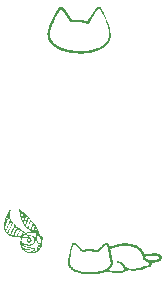
<source format=gbr>
%TF.GenerationSoftware,KiCad,Pcbnew,9.0.3*%
%TF.CreationDate,2025-11-26T12:49:11-06:00*%
%TF.ProjectId,onyx2040,6f6e7978-3230-4343-902e-6b696361645f,rev?*%
%TF.SameCoordinates,Original*%
%TF.FileFunction,Legend,Bot*%
%TF.FilePolarity,Positive*%
%FSLAX46Y46*%
G04 Gerber Fmt 4.6, Leading zero omitted, Abs format (unit mm)*
G04 Created by KiCad (PCBNEW 9.0.3) date 2025-11-26 12:49:11*
%MOMM*%
%LPD*%
G01*
G04 APERTURE LIST*
%ADD10C,0.000000*%
G04 APERTURE END LIST*
D10*
G36*
X143091593Y-106149354D02*
G01*
X143089178Y-106230337D01*
X143081454Y-106308073D01*
X143068490Y-106383235D01*
X143050355Y-106456498D01*
X143027120Y-106528536D01*
X142998854Y-106600024D01*
X142978320Y-106644947D01*
X142955441Y-106689406D01*
X142930260Y-106733373D01*
X142902819Y-106776819D01*
X142873161Y-106819715D01*
X142841329Y-106862031D01*
X142807365Y-106903739D01*
X142771313Y-106944809D01*
X142733214Y-106985213D01*
X142693111Y-107024921D01*
X142651047Y-107063904D01*
X142607064Y-107102133D01*
X142513514Y-107176214D01*
X142412802Y-107246930D01*
X142305269Y-107314050D01*
X142191255Y-107377341D01*
X142071102Y-107436570D01*
X141945151Y-107491504D01*
X141813743Y-107541912D01*
X141677219Y-107587560D01*
X141535920Y-107628217D01*
X141390188Y-107663649D01*
X141270465Y-107687224D01*
X141142317Y-107706396D01*
X141006990Y-107721227D01*
X140865734Y-107731779D01*
X140719796Y-107738115D01*
X140570424Y-107740295D01*
X140418866Y-107738383D01*
X140266370Y-107732441D01*
X140114184Y-107722529D01*
X139963556Y-107708711D01*
X139815735Y-107691048D01*
X139671967Y-107669602D01*
X139533501Y-107644436D01*
X139401586Y-107615611D01*
X139277468Y-107583189D01*
X139162396Y-107547233D01*
X138981769Y-107482070D01*
X138813001Y-107411644D01*
X138656171Y-107336024D01*
X138511356Y-107255281D01*
X138378632Y-107169484D01*
X138258079Y-107078703D01*
X138149773Y-106983007D01*
X138100237Y-106933338D01*
X138053792Y-106882467D01*
X138010447Y-106830402D01*
X137970213Y-106777151D01*
X137933099Y-106722725D01*
X137899114Y-106667131D01*
X137868269Y-106610378D01*
X137840572Y-106552475D01*
X137816035Y-106493431D01*
X137794666Y-106433254D01*
X137776474Y-106371953D01*
X137761471Y-106309537D01*
X137749665Y-106246014D01*
X137741067Y-106181393D01*
X137735685Y-106115684D01*
X137733862Y-106059197D01*
X137946829Y-106059197D01*
X137950297Y-106146204D01*
X137960868Y-106231262D01*
X137978406Y-106314295D01*
X138002773Y-106395227D01*
X138033832Y-106473982D01*
X138071444Y-106550487D01*
X138115473Y-106624663D01*
X138165780Y-106696437D01*
X138222228Y-106765732D01*
X138284680Y-106832473D01*
X138352998Y-106896585D01*
X138427044Y-106957991D01*
X138506681Y-107016616D01*
X138591771Y-107072385D01*
X138682177Y-107125222D01*
X138777761Y-107175051D01*
X138878385Y-107221797D01*
X138983912Y-107265385D01*
X139094204Y-107305738D01*
X139209123Y-107342781D01*
X139328533Y-107376439D01*
X139452295Y-107406636D01*
X139580272Y-107433296D01*
X139712327Y-107456344D01*
X139848321Y-107475704D01*
X139988117Y-107491301D01*
X140131577Y-107503059D01*
X140278565Y-107510903D01*
X140428941Y-107514756D01*
X140582570Y-107514544D01*
X140739313Y-107510190D01*
X140938996Y-107499149D01*
X141129284Y-107481882D01*
X141310208Y-107458368D01*
X141481800Y-107428583D01*
X141644089Y-107392504D01*
X141797109Y-107350107D01*
X141940888Y-107301370D01*
X142075458Y-107246269D01*
X142200851Y-107184780D01*
X142317097Y-107116881D01*
X142424228Y-107042549D01*
X142522274Y-106961759D01*
X142611266Y-106874489D01*
X142691235Y-106780716D01*
X142762212Y-106680416D01*
X142824229Y-106573566D01*
X142848561Y-106527018D01*
X142870056Y-106484207D01*
X142888853Y-106444527D01*
X142905093Y-106407374D01*
X142918913Y-106372144D01*
X142930455Y-106338231D01*
X142939858Y-106305032D01*
X142947261Y-106271941D01*
X142952803Y-106238353D01*
X142956624Y-106203666D01*
X142958865Y-106167273D01*
X142959663Y-106128569D01*
X142959159Y-106086952D01*
X142957492Y-106041815D01*
X142951229Y-105938566D01*
X142937591Y-105826163D01*
X142911573Y-105695676D01*
X142874687Y-105550601D01*
X142828446Y-105394433D01*
X142774360Y-105230670D01*
X142713941Y-105062805D01*
X142648701Y-104894336D01*
X142580151Y-104728758D01*
X142509803Y-104569568D01*
X142439168Y-104420260D01*
X142369757Y-104284332D01*
X142303083Y-104165279D01*
X142240656Y-104066596D01*
X142183989Y-103991780D01*
X142134593Y-103944327D01*
X142113094Y-103931954D01*
X142093979Y-103927732D01*
X142089781Y-103928055D01*
X142085136Y-103929014D01*
X142080063Y-103930593D01*
X142074580Y-103932776D01*
X142068706Y-103935548D01*
X142062458Y-103938894D01*
X142048917Y-103947245D01*
X142034106Y-103957705D01*
X142018170Y-103970148D01*
X142001258Y-103984452D01*
X141983516Y-104000493D01*
X141965092Y-104018145D01*
X141946133Y-104037286D01*
X141926787Y-104057792D01*
X141907200Y-104079537D01*
X141887520Y-104102399D01*
X141867895Y-104126252D01*
X141848471Y-104150974D01*
X141829396Y-104176440D01*
X141788251Y-104236768D01*
X141741339Y-104308815D01*
X141690335Y-104389916D01*
X141636912Y-104477404D01*
X141582744Y-104568613D01*
X141529507Y-104660876D01*
X141478875Y-104751527D01*
X141432521Y-104837899D01*
X141387304Y-104920964D01*
X141343638Y-104998385D01*
X141302575Y-105068489D01*
X141265172Y-105129602D01*
X141232481Y-105180049D01*
X141205558Y-105218155D01*
X141194588Y-105232057D01*
X141185456Y-105242246D01*
X141178292Y-105248513D01*
X141173229Y-105250649D01*
X141167297Y-105250221D01*
X141159504Y-105248964D01*
X141149975Y-105246917D01*
X141138833Y-105244117D01*
X141112210Y-105236417D01*
X141080625Y-105226175D01*
X141045072Y-105213700D01*
X141006542Y-105199303D01*
X140966027Y-105183294D01*
X140924521Y-105165982D01*
X140896029Y-105154567D01*
X140866002Y-105144113D01*
X140834271Y-105134589D01*
X140800663Y-105125964D01*
X140765009Y-105118208D01*
X140727138Y-105111288D01*
X140686879Y-105105175D01*
X140644063Y-105099836D01*
X140598517Y-105095242D01*
X140550073Y-105091362D01*
X140498560Y-105088163D01*
X140443806Y-105085615D01*
X140323896Y-105082349D01*
X140188979Y-105081316D01*
X139659813Y-105086607D01*
X139448146Y-104716191D01*
X139402257Y-104636940D01*
X139352896Y-104555456D01*
X139301550Y-104473973D01*
X139249708Y-104394722D01*
X139198859Y-104319936D01*
X139150490Y-104251847D01*
X139106089Y-104192688D01*
X139067146Y-104144691D01*
X138892521Y-103954191D01*
X138739063Y-104134107D01*
X138692129Y-104195424D01*
X138639420Y-104276383D01*
X138582107Y-104374302D01*
X138521360Y-104486499D01*
X138394246Y-104743000D01*
X138267443Y-105024430D01*
X138150313Y-105309333D01*
X138098302Y-105446381D01*
X138052221Y-105576252D01*
X138013240Y-105696262D01*
X137982530Y-105803731D01*
X137961261Y-105895976D01*
X137950604Y-105970315D01*
X137946829Y-106059197D01*
X137733862Y-106059197D01*
X137733530Y-106048894D01*
X137734611Y-105981032D01*
X137738938Y-105912107D01*
X137754884Y-105811595D01*
X137785643Y-105689186D01*
X137829409Y-105548653D01*
X137884376Y-105393772D01*
X137948737Y-105228318D01*
X138020688Y-105056067D01*
X138180130Y-104706269D01*
X138264010Y-104536273D01*
X138348254Y-104374578D01*
X138431057Y-104224961D01*
X138510611Y-104091195D01*
X138585112Y-103977056D01*
X138652753Y-103886319D01*
X138711727Y-103822758D01*
X138737400Y-103802349D01*
X138760230Y-103790149D01*
X138782213Y-103782785D01*
X138804510Y-103777563D01*
X138827122Y-103774484D01*
X138850053Y-103773550D01*
X138873306Y-103774764D01*
X138896884Y-103778126D01*
X138920789Y-103783640D01*
X138945024Y-103791306D01*
X138969593Y-103801128D01*
X138994498Y-103813106D01*
X139019742Y-103827243D01*
X139045328Y-103843541D01*
X139071259Y-103862001D01*
X139097538Y-103882627D01*
X139124168Y-103905418D01*
X139151151Y-103930378D01*
X139178491Y-103957509D01*
X139206190Y-103986811D01*
X139234252Y-104018288D01*
X139262679Y-104051942D01*
X139291474Y-104087773D01*
X139320641Y-104125785D01*
X139380098Y-104208356D01*
X139441075Y-104299671D01*
X139503595Y-104399745D01*
X139567680Y-104508593D01*
X139633354Y-104626232D01*
X139781521Y-104896107D01*
X140226021Y-104885524D01*
X140329105Y-104884790D01*
X140427600Y-104886599D01*
X140520887Y-104891012D01*
X140608344Y-104898092D01*
X140689352Y-104907900D01*
X140763290Y-104920499D01*
X140797415Y-104927864D01*
X140829540Y-104935950D01*
X140859587Y-104944765D01*
X140887479Y-104954316D01*
X141109729Y-105033691D01*
X141347854Y-104626232D01*
X141403375Y-104532889D01*
X141458649Y-104443546D01*
X141513426Y-104358481D01*
X141567458Y-104277974D01*
X141620499Y-104202305D01*
X141672300Y-104131751D01*
X141722612Y-104066592D01*
X141771188Y-104007107D01*
X141817779Y-103953576D01*
X141862138Y-103906276D01*
X141904017Y-103865488D01*
X141943167Y-103831490D01*
X141979340Y-103804562D01*
X142012289Y-103784981D01*
X142041765Y-103773029D01*
X142055124Y-103770000D01*
X142067521Y-103768982D01*
X142077737Y-103769409D01*
X142088481Y-103770657D01*
X142099659Y-103772680D01*
X142111177Y-103775432D01*
X142122944Y-103778865D01*
X142134866Y-103782935D01*
X142146849Y-103787594D01*
X142158802Y-103792795D01*
X142170631Y-103798492D01*
X142182243Y-103804639D01*
X142193544Y-103811189D01*
X142204443Y-103818096D01*
X142214845Y-103825312D01*
X142224659Y-103832792D01*
X142233790Y-103840490D01*
X142242146Y-103848357D01*
X142271701Y-103879628D01*
X142300985Y-103914224D01*
X142330222Y-103952618D01*
X142359637Y-103995284D01*
X142389456Y-104042693D01*
X142419903Y-104095319D01*
X142451202Y-104153635D01*
X142483578Y-104218112D01*
X142517257Y-104289226D01*
X142552463Y-104367447D01*
X142589421Y-104453249D01*
X142628355Y-104547105D01*
X142669491Y-104649488D01*
X142713053Y-104760870D01*
X142808354Y-105012524D01*
X142911387Y-105303638D01*
X142953962Y-105434882D01*
X142990669Y-105557483D01*
X143021578Y-105672115D01*
X143046758Y-105779454D01*
X143066280Y-105880173D01*
X143080214Y-105974946D01*
X143088628Y-106064448D01*
X143090867Y-106128569D01*
X143091593Y-106149354D01*
G37*
G36*
X135384248Y-120915152D02*
G01*
X135400217Y-120925715D01*
X135452070Y-120964579D01*
X135524634Y-121022253D01*
X135610902Y-121092929D01*
X135703868Y-121170799D01*
X135796524Y-121250053D01*
X135881862Y-121324884D01*
X135952876Y-121389483D01*
X136069786Y-121500952D01*
X136177745Y-121608536D01*
X136277725Y-121713308D01*
X136370697Y-121816344D01*
X136457634Y-121918719D01*
X136539507Y-122021506D01*
X136617287Y-122125782D01*
X136691945Y-122232622D01*
X136728429Y-122287604D01*
X136763132Y-122342079D01*
X136796052Y-122396038D01*
X136827186Y-122449470D01*
X136856533Y-122502364D01*
X136884089Y-122554711D01*
X136909852Y-122606499D01*
X136933819Y-122657719D01*
X136955988Y-122708360D01*
X136976355Y-122758412D01*
X136994920Y-122807865D01*
X137011678Y-122856708D01*
X137026628Y-122904930D01*
X137039766Y-122952523D01*
X137051091Y-122999474D01*
X137060599Y-123045775D01*
X137081765Y-123160427D01*
X137152321Y-123171011D01*
X137169881Y-123173518D01*
X137186227Y-123176437D01*
X137201426Y-123179805D01*
X137215545Y-123183661D01*
X137222220Y-123185785D01*
X137228651Y-123188045D01*
X137234845Y-123190446D01*
X137240811Y-123192994D01*
X137246558Y-123195693D01*
X137252093Y-123198548D01*
X137257426Y-123201564D01*
X137262564Y-123204745D01*
X137267516Y-123208097D01*
X137272290Y-123211624D01*
X137276895Y-123215332D01*
X137281339Y-123219225D01*
X137285631Y-123223307D01*
X137289779Y-123227585D01*
X137293791Y-123232062D01*
X137297676Y-123236743D01*
X137301442Y-123241634D01*
X137305098Y-123246739D01*
X137308651Y-123252062D01*
X137312111Y-123257610D01*
X137318783Y-123269396D01*
X137325182Y-123282136D01*
X137331962Y-123297264D01*
X137337753Y-123312211D01*
X137342557Y-123326962D01*
X137346376Y-123341502D01*
X137349213Y-123355813D01*
X137351072Y-123369882D01*
X137351953Y-123383693D01*
X137351861Y-123397230D01*
X137350797Y-123410477D01*
X137348763Y-123423419D01*
X137345764Y-123436041D01*
X137341801Y-123448327D01*
X137336877Y-123460262D01*
X137330994Y-123471829D01*
X137324155Y-123483015D01*
X137316362Y-123493802D01*
X137310713Y-123501362D01*
X137305648Y-123508968D01*
X137301131Y-123516832D01*
X137297125Y-123525167D01*
X137293595Y-123534183D01*
X137290504Y-123544094D01*
X137287815Y-123555110D01*
X137285494Y-123567445D01*
X137283504Y-123581309D01*
X137281808Y-123596914D01*
X137279155Y-123634197D01*
X137277247Y-123680988D01*
X137275793Y-123738983D01*
X137274697Y-123792678D01*
X137273801Y-123816862D01*
X137272651Y-123839469D01*
X137271232Y-123860651D01*
X137269530Y-123880556D01*
X137267527Y-123899334D01*
X137265210Y-123917136D01*
X137262561Y-123934111D01*
X137259567Y-123950408D01*
X137256210Y-123966179D01*
X137252476Y-123981573D01*
X137248350Y-123996739D01*
X137243815Y-124011828D01*
X137238857Y-124026989D01*
X137233459Y-124042372D01*
X137212475Y-124093888D01*
X137188615Y-124143861D01*
X137161979Y-124192196D01*
X137132670Y-124238798D01*
X137100787Y-124283570D01*
X137066431Y-124326417D01*
X137029703Y-124367243D01*
X136990704Y-124405954D01*
X136949535Y-124442452D01*
X136906296Y-124476643D01*
X136861088Y-124508432D01*
X136814012Y-124537722D01*
X136765169Y-124564417D01*
X136714659Y-124588423D01*
X136662584Y-124609644D01*
X136609043Y-124627983D01*
X136581567Y-124635674D01*
X136551627Y-124642215D01*
X136519568Y-124647614D01*
X136485736Y-124651878D01*
X136450478Y-124655016D01*
X136414140Y-124657036D01*
X136377068Y-124657944D01*
X136339609Y-124657749D01*
X136302108Y-124656458D01*
X136264912Y-124654080D01*
X136228368Y-124650621D01*
X136192820Y-124646091D01*
X136158616Y-124640495D01*
X136126102Y-124633843D01*
X136095625Y-124626142D01*
X136067529Y-124617400D01*
X136013101Y-124596665D01*
X135960352Y-124572896D01*
X135909391Y-124546203D01*
X135860327Y-124516693D01*
X135813268Y-124484475D01*
X135768322Y-124449658D01*
X135725599Y-124412350D01*
X135685206Y-124372660D01*
X135647252Y-124330696D01*
X135611846Y-124286567D01*
X135579096Y-124240381D01*
X135549111Y-124192247D01*
X135521999Y-124142274D01*
X135497869Y-124090569D01*
X135476829Y-124037241D01*
X135458987Y-123982400D01*
X135449930Y-123947440D01*
X135448452Y-123940066D01*
X135533071Y-123940066D01*
X135545418Y-123982400D01*
X135550191Y-123996761D01*
X135555240Y-124010722D01*
X135560553Y-124024254D01*
X135566116Y-124037328D01*
X135571917Y-124049917D01*
X135577943Y-124061992D01*
X135584181Y-124073524D01*
X135590618Y-124084485D01*
X135597240Y-124094846D01*
X135604036Y-124104580D01*
X135610992Y-124113657D01*
X135618096Y-124122050D01*
X135625333Y-124129730D01*
X135632692Y-124136668D01*
X135640160Y-124142836D01*
X135643931Y-124145622D01*
X135647723Y-124148205D01*
X135663037Y-124157350D01*
X135681682Y-124166874D01*
X135703391Y-124176703D01*
X135727898Y-124186763D01*
X135784242Y-124207271D01*
X135848586Y-124227801D01*
X135918801Y-124247751D01*
X135992757Y-124266524D01*
X136068325Y-124283518D01*
X136143376Y-124298136D01*
X136178967Y-124304282D01*
X136211065Y-124310180D01*
X136225837Y-124313049D01*
X136239773Y-124315871D01*
X136252888Y-124318652D01*
X136265195Y-124321397D01*
X136276705Y-124324111D01*
X136287433Y-124326799D01*
X136297390Y-124329466D01*
X136306591Y-124332118D01*
X136315047Y-124334760D01*
X136322773Y-124337396D01*
X136329780Y-124340032D01*
X136336081Y-124342674D01*
X136341690Y-124345326D01*
X136346620Y-124347993D01*
X136350882Y-124350681D01*
X136354492Y-124353395D01*
X136357460Y-124356140D01*
X136358708Y-124357526D01*
X136359801Y-124358921D01*
X136360739Y-124360327D01*
X136361526Y-124361743D01*
X136362162Y-124363172D01*
X136362650Y-124364612D01*
X136362990Y-124366066D01*
X136363184Y-124367533D01*
X136363234Y-124369014D01*
X136363142Y-124370510D01*
X136362909Y-124372022D01*
X136362537Y-124373550D01*
X136362028Y-124375094D01*
X136361382Y-124376656D01*
X136359689Y-124379835D01*
X136357472Y-124383092D01*
X136354743Y-124386431D01*
X136351515Y-124389858D01*
X136347030Y-124393008D01*
X136340587Y-124395526D01*
X136322215Y-124398743D01*
X136297181Y-124399660D01*
X136266270Y-124398429D01*
X136230263Y-124395204D01*
X136189944Y-124390137D01*
X136099500Y-124375085D01*
X136001201Y-124354494D01*
X135901310Y-124329583D01*
X135806091Y-124301570D01*
X135762191Y-124286783D01*
X135721807Y-124271677D01*
X135712334Y-124268675D01*
X135709121Y-124268344D01*
X135706876Y-124268746D01*
X135705564Y-124269846D01*
X135705149Y-124271612D01*
X135705596Y-124274007D01*
X135706869Y-124276997D01*
X135711751Y-124284625D01*
X135719512Y-124294219D01*
X135729867Y-124305503D01*
X135742533Y-124318200D01*
X135757223Y-124332034D01*
X135773656Y-124346729D01*
X135791545Y-124362007D01*
X135810608Y-124377593D01*
X135830559Y-124393210D01*
X135851115Y-124408582D01*
X135871991Y-124423432D01*
X135892904Y-124437483D01*
X135903924Y-124444503D01*
X135915742Y-124451639D01*
X135941328Y-124466063D01*
X135968775Y-124480364D01*
X135997194Y-124494148D01*
X136025695Y-124507022D01*
X136053390Y-124518594D01*
X136079390Y-124528471D01*
X136102807Y-124536261D01*
X136212168Y-124569775D01*
X136356807Y-124495691D01*
X136391562Y-124477698D01*
X136424341Y-124460138D01*
X136455068Y-124443074D01*
X136483669Y-124426569D01*
X136510068Y-124410684D01*
X136534191Y-124395480D01*
X136555963Y-124381021D01*
X136575308Y-124367368D01*
X136592153Y-124354584D01*
X136599614Y-124348536D01*
X136606421Y-124342729D01*
X136612566Y-124337170D01*
X136618038Y-124331867D01*
X136622829Y-124326827D01*
X136626930Y-124322059D01*
X136630330Y-124317569D01*
X136633020Y-124313367D01*
X136634992Y-124309459D01*
X136636235Y-124305853D01*
X136636740Y-124302557D01*
X136636499Y-124299579D01*
X136635501Y-124296927D01*
X136633737Y-124294608D01*
X136630825Y-124292753D01*
X136625486Y-124290515D01*
X136608078Y-124285017D01*
X136582609Y-124278361D01*
X136550173Y-124270795D01*
X136511867Y-124262568D01*
X136468786Y-124253928D01*
X136422026Y-124245123D01*
X136372682Y-124236400D01*
X136268960Y-124217407D01*
X136175264Y-124198559D01*
X136090373Y-124179504D01*
X136013069Y-124159891D01*
X135976880Y-124149766D01*
X135942131Y-124139369D01*
X135908668Y-124128657D01*
X135876340Y-124117585D01*
X135844993Y-124106111D01*
X135814476Y-124094190D01*
X135784636Y-124081777D01*
X135755321Y-124068830D01*
X135731625Y-124057730D01*
X135707310Y-124045844D01*
X135683077Y-124033546D01*
X135659630Y-124021205D01*
X135637671Y-124009196D01*
X135617903Y-123997889D01*
X135601029Y-123987657D01*
X135587751Y-123978872D01*
X135533071Y-123940066D01*
X135448452Y-123940066D01*
X135442589Y-123910831D01*
X135436942Y-123872786D01*
X135432970Y-123833516D01*
X135430651Y-123793234D01*
X135430364Y-123776025D01*
X135501320Y-123776025D01*
X135501643Y-123779650D01*
X135502597Y-123783569D01*
X135506323Y-123792230D01*
X135512343Y-123801884D01*
X135520503Y-123812405D01*
X135530647Y-123823670D01*
X135542620Y-123835556D01*
X135556268Y-123847938D01*
X135571435Y-123860691D01*
X135587966Y-123873693D01*
X135605707Y-123886819D01*
X135624502Y-123899945D01*
X135644196Y-123912947D01*
X135664634Y-123925700D01*
X135685661Y-123938082D01*
X135707122Y-123949968D01*
X135728862Y-123961233D01*
X135798157Y-123993831D01*
X135872785Y-124024237D01*
X135953283Y-124052576D01*
X136040189Y-124078973D01*
X136134040Y-124103550D01*
X136235374Y-124126432D01*
X136344728Y-124147744D01*
X136462640Y-124167608D01*
X136499231Y-124173492D01*
X136532376Y-124179287D01*
X136562223Y-124185072D01*
X136588923Y-124190924D01*
X136601140Y-124193900D01*
X136612626Y-124196921D01*
X136623401Y-124199998D01*
X136633482Y-124203141D01*
X136642889Y-124206358D01*
X136651640Y-124209660D01*
X136659755Y-124213056D01*
X136667251Y-124216556D01*
X136674148Y-124220170D01*
X136680464Y-124223907D01*
X136686218Y-124227777D01*
X136691429Y-124231790D01*
X136696115Y-124235956D01*
X136700296Y-124240283D01*
X136703989Y-124244782D01*
X136707214Y-124249463D01*
X136709990Y-124254335D01*
X136712334Y-124259409D01*
X136714267Y-124264692D01*
X136715806Y-124270196D01*
X136716971Y-124275930D01*
X136717779Y-124281903D01*
X136718251Y-124288126D01*
X136718404Y-124294608D01*
X136718167Y-124300612D01*
X136717456Y-124306716D01*
X136714628Y-124319209D01*
X136709939Y-124332059D01*
X136703411Y-124345237D01*
X136695063Y-124358715D01*
X136684918Y-124372464D01*
X136672994Y-124386456D01*
X136659314Y-124400662D01*
X136643897Y-124415054D01*
X136626764Y-124429604D01*
X136607937Y-124444283D01*
X136587435Y-124459063D01*
X136565280Y-124473915D01*
X136541491Y-124488811D01*
X136516091Y-124503723D01*
X136489098Y-124518622D01*
X136472803Y-124527163D01*
X136458289Y-124534948D01*
X136445516Y-124542004D01*
X136434445Y-124548360D01*
X136425039Y-124554044D01*
X136420948Y-124556643D01*
X136417258Y-124559084D01*
X136413965Y-124561372D01*
X136411063Y-124563510D01*
X136408549Y-124565501D01*
X136406416Y-124567349D01*
X136404661Y-124569058D01*
X136403278Y-124570630D01*
X136402263Y-124572070D01*
X136401610Y-124573382D01*
X136401418Y-124573990D01*
X136401315Y-124574568D01*
X136401301Y-124575115D01*
X136401374Y-124575632D01*
X136401534Y-124576119D01*
X136401780Y-124576578D01*
X136402113Y-124577008D01*
X136402530Y-124577409D01*
X136403618Y-124578129D01*
X136405040Y-124578742D01*
X136406791Y-124579251D01*
X136408866Y-124579659D01*
X136411259Y-124579970D01*
X136413967Y-124580188D01*
X136416985Y-124580316D01*
X136420307Y-124580358D01*
X136433566Y-124579790D01*
X136448743Y-124578126D01*
X136465645Y-124575428D01*
X136484082Y-124571759D01*
X136503863Y-124567181D01*
X136524797Y-124561755D01*
X136569355Y-124548608D01*
X136616229Y-124532816D01*
X136663889Y-124514874D01*
X136710804Y-124495278D01*
X136755446Y-124474525D01*
X136852460Y-124425136D01*
X136848035Y-124359872D01*
X136931835Y-124359872D01*
X136993571Y-124289317D01*
X137000112Y-124281458D01*
X137007124Y-124272504D01*
X137022289Y-124251724D01*
X137038529Y-124227801D01*
X137055307Y-124201563D01*
X137072084Y-124173837D01*
X137088324Y-124145449D01*
X137103490Y-124117227D01*
X137117043Y-124089997D01*
X137129741Y-124064045D01*
X137141241Y-124039478D01*
X137151335Y-124016854D01*
X137159817Y-123996731D01*
X137163389Y-123987782D01*
X137166480Y-123979668D01*
X137169065Y-123972458D01*
X137171117Y-123966221D01*
X137172611Y-123961029D01*
X137173522Y-123956951D01*
X137173822Y-123954056D01*
X137173736Y-123953074D01*
X137173487Y-123952414D01*
X137172110Y-123951957D01*
X137169991Y-123951900D01*
X137167174Y-123952231D01*
X137163703Y-123952937D01*
X137159623Y-123954005D01*
X137154977Y-123955421D01*
X137144163Y-123959249D01*
X137131612Y-123964316D01*
X137117677Y-123970521D01*
X137102708Y-123977759D01*
X137087057Y-123985927D01*
X137068144Y-123996634D01*
X137050435Y-124008245D01*
X137033936Y-124020755D01*
X137018651Y-124034159D01*
X137004585Y-124048451D01*
X136991745Y-124063628D01*
X136980134Y-124079683D01*
X136969758Y-124096611D01*
X136960623Y-124114408D01*
X136952732Y-124133067D01*
X136946093Y-124152585D01*
X136940709Y-124172955D01*
X136936586Y-124194172D01*
X136933729Y-124216232D01*
X136932144Y-124239129D01*
X136931835Y-124262858D01*
X136931835Y-124359872D01*
X136848035Y-124359872D01*
X136845404Y-124321066D01*
X136844491Y-124298870D01*
X136844384Y-124275123D01*
X136844723Y-124262858D01*
X136845063Y-124250590D01*
X136846506Y-124226037D01*
X136848694Y-124202228D01*
X136851605Y-124179928D01*
X136853325Y-124169582D01*
X136855219Y-124159901D01*
X136857283Y-124150980D01*
X136859515Y-124142913D01*
X136861728Y-124135182D01*
X136864384Y-124127220D01*
X136870932Y-124110716D01*
X136878979Y-124093622D01*
X136888343Y-124076161D01*
X136898845Y-124058556D01*
X136910303Y-124041028D01*
X136922535Y-124023800D01*
X136935362Y-124007094D01*
X136948603Y-123991132D01*
X136962076Y-123976137D01*
X136975600Y-123962330D01*
X136988996Y-123949933D01*
X137002081Y-123939170D01*
X137008451Y-123934470D01*
X137014675Y-123930262D01*
X137020732Y-123926573D01*
X137026598Y-123923431D01*
X137032251Y-123920864D01*
X137037668Y-123918900D01*
X137041518Y-123917532D01*
X137045129Y-123916079D01*
X137048502Y-123914550D01*
X137051634Y-123912954D01*
X137054527Y-123911297D01*
X137057178Y-123909590D01*
X137059588Y-123907840D01*
X137061756Y-123906056D01*
X137063681Y-123904247D01*
X137065362Y-123902419D01*
X137066799Y-123900583D01*
X137067992Y-123898746D01*
X137068939Y-123896917D01*
X137069639Y-123895104D01*
X137070093Y-123893315D01*
X137070300Y-123891559D01*
X137070258Y-123889845D01*
X137069968Y-123888181D01*
X137069429Y-123886574D01*
X137068639Y-123885034D01*
X137067599Y-123883569D01*
X137066308Y-123882188D01*
X137064765Y-123880898D01*
X137062969Y-123879708D01*
X137060920Y-123878627D01*
X137058617Y-123877663D01*
X137056059Y-123876824D01*
X137053247Y-123876118D01*
X137050178Y-123875555D01*
X137046853Y-123875143D01*
X137043271Y-123874889D01*
X137039432Y-123874802D01*
X137036133Y-123874578D01*
X137032228Y-123873920D01*
X137027770Y-123872849D01*
X137022813Y-123871385D01*
X137017411Y-123869549D01*
X137011619Y-123867361D01*
X137005492Y-123864843D01*
X136999083Y-123862014D01*
X136992446Y-123858896D01*
X136985637Y-123855510D01*
X136978708Y-123851875D01*
X136971715Y-123848013D01*
X136964711Y-123843945D01*
X136957752Y-123839690D01*
X136950891Y-123835270D01*
X136944182Y-123830705D01*
X136919199Y-123811224D01*
X136895878Y-123787962D01*
X136874267Y-123761109D01*
X136854416Y-123730853D01*
X136836374Y-123697382D01*
X136820189Y-123660886D01*
X136805912Y-123621553D01*
X136793590Y-123579572D01*
X136783273Y-123535130D01*
X136775010Y-123488418D01*
X136768851Y-123439623D01*
X136764844Y-123388934D01*
X136763038Y-123336539D01*
X136763094Y-123329816D01*
X136845900Y-123329816D01*
X136846913Y-123388541D01*
X136848435Y-123415136D01*
X136850696Y-123439122D01*
X136854200Y-123465227D01*
X136858719Y-123491198D01*
X136864195Y-123516900D01*
X136870567Y-123542199D01*
X136877776Y-123566961D01*
X136885763Y-123591051D01*
X136894469Y-123614334D01*
X136903833Y-123636677D01*
X136913797Y-123657946D01*
X136924300Y-123678005D01*
X136935284Y-123696720D01*
X136946690Y-123713958D01*
X136958457Y-123729583D01*
X136970526Y-123743462D01*
X136976656Y-123749704D01*
X136982839Y-123755459D01*
X136989067Y-123760710D01*
X136995334Y-123765441D01*
X137001257Y-123769406D01*
X137007740Y-123773351D01*
X137014725Y-123777254D01*
X137022151Y-123781096D01*
X137029960Y-123784854D01*
X137038092Y-123788510D01*
X137046487Y-123792041D01*
X137055086Y-123795427D01*
X137063830Y-123798649D01*
X137072660Y-123801684D01*
X137081515Y-123804512D01*
X137090337Y-123807113D01*
X137099065Y-123809466D01*
X137107641Y-123811551D01*
X137116005Y-123813345D01*
X137124098Y-123814830D01*
X137199946Y-123827177D01*
X137191126Y-123668427D01*
X137188821Y-123621633D01*
X137187347Y-123600970D01*
X137185586Y-123581804D01*
X137183484Y-123563888D01*
X137180987Y-123546977D01*
X137178040Y-123530826D01*
X137174590Y-123515189D01*
X137170581Y-123499821D01*
X137165960Y-123484476D01*
X137160672Y-123468909D01*
X137154663Y-123452875D01*
X137147879Y-123436127D01*
X137140266Y-123418420D01*
X137122335Y-123379150D01*
X137115381Y-123365278D01*
X137107796Y-123350858D01*
X137091026Y-123320831D01*
X137072601Y-123289977D01*
X137053102Y-123259205D01*
X137049549Y-123253913D01*
X137159376Y-123253913D01*
X137159559Y-123255581D01*
X137160096Y-123257910D01*
X137162160Y-123264386D01*
X137165422Y-123273013D01*
X137169739Y-123283459D01*
X137174965Y-123295392D01*
X137180956Y-123308484D01*
X137187567Y-123322402D01*
X137194654Y-123336816D01*
X137201740Y-123351393D01*
X137208352Y-123365783D01*
X137214343Y-123379635D01*
X137219569Y-123392599D01*
X137221850Y-123398638D01*
X137223886Y-123404323D01*
X137225658Y-123409610D01*
X137227148Y-123414455D01*
X137228339Y-123418814D01*
X137229212Y-123422644D01*
X137229749Y-123425900D01*
X137229932Y-123428538D01*
X137229957Y-123429691D01*
X137230033Y-123430831D01*
X137230157Y-123431957D01*
X137230328Y-123433069D01*
X137230544Y-123434163D01*
X137230804Y-123435240D01*
X137231106Y-123436296D01*
X137231448Y-123437330D01*
X137231829Y-123438342D01*
X137232246Y-123439328D01*
X137232700Y-123440288D01*
X137233187Y-123441220D01*
X137233707Y-123442122D01*
X137234258Y-123442993D01*
X137234837Y-123443831D01*
X137235444Y-123444634D01*
X137236077Y-123445401D01*
X137236734Y-123446130D01*
X137237413Y-123446820D01*
X137238114Y-123447469D01*
X137238834Y-123448075D01*
X137239572Y-123448638D01*
X137240325Y-123449154D01*
X137241094Y-123449622D01*
X137241875Y-123450042D01*
X137242668Y-123450411D01*
X137243470Y-123450727D01*
X137244281Y-123450990D01*
X137245097Y-123451197D01*
X137245919Y-123451347D01*
X137246744Y-123451438D01*
X137247571Y-123451469D01*
X137249653Y-123451184D01*
X137251601Y-123450349D01*
X137253415Y-123448992D01*
X137255095Y-123447142D01*
X137256640Y-123444826D01*
X137258051Y-123442074D01*
X137260469Y-123435374D01*
X137262350Y-123427267D01*
X137263694Y-123417983D01*
X137264500Y-123407747D01*
X137264769Y-123396788D01*
X137264500Y-123385334D01*
X137263694Y-123373610D01*
X137262350Y-123361845D01*
X137260469Y-123350266D01*
X137258051Y-123339100D01*
X137255095Y-123328576D01*
X137251601Y-123318919D01*
X137247571Y-123310358D01*
X137245611Y-123306867D01*
X137243383Y-123303348D01*
X137240909Y-123299816D01*
X137238210Y-123296285D01*
X137235309Y-123292767D01*
X137232227Y-123289278D01*
X137228985Y-123285830D01*
X137225605Y-123282439D01*
X137218518Y-123275879D01*
X137211139Y-123269709D01*
X137203641Y-123264041D01*
X137196197Y-123258985D01*
X137188981Y-123254652D01*
X137185512Y-123252792D01*
X137182165Y-123251154D01*
X137178962Y-123249753D01*
X137175923Y-123248601D01*
X137173071Y-123247715D01*
X137170428Y-123247106D01*
X137168014Y-123246789D01*
X137165852Y-123246778D01*
X137163964Y-123247087D01*
X137162370Y-123247729D01*
X137161092Y-123248719D01*
X137160153Y-123250071D01*
X137159574Y-123251797D01*
X137159376Y-123253913D01*
X137049549Y-123253913D01*
X137033107Y-123229426D01*
X137013194Y-123201548D01*
X137003449Y-123188607D01*
X136993943Y-123176482D01*
X136984746Y-123165287D01*
X136975932Y-123155136D01*
X136958376Y-123137014D01*
X136941646Y-123119968D01*
X136926074Y-123104410D01*
X136911991Y-123090754D01*
X136905610Y-123084768D01*
X136899726Y-123079413D01*
X136894379Y-123074739D01*
X136889611Y-123070800D01*
X136885463Y-123067646D01*
X136881977Y-123065329D01*
X136880495Y-123064501D01*
X136879193Y-123063901D01*
X136878078Y-123063537D01*
X136877154Y-123063414D01*
X136875176Y-123064151D01*
X136873214Y-123066315D01*
X136869361Y-123074638D01*
X136865643Y-123087807D01*
X136862106Y-123105251D01*
X136855760Y-123150664D01*
X136850696Y-123206289D01*
X136847285Y-123267535D01*
X136845900Y-123329816D01*
X136763094Y-123329816D01*
X136763483Y-123282628D01*
X136766227Y-123227389D01*
X136771321Y-123171011D01*
X136778314Y-123109206D01*
X136780785Y-123084427D01*
X136782290Y-123063193D01*
X136782613Y-123053780D01*
X136782616Y-123045101D01*
X136782271Y-123037107D01*
X136781552Y-123029748D01*
X136780433Y-123022973D01*
X136778887Y-123016731D01*
X136776887Y-123010972D01*
X136774407Y-123005646D01*
X136771421Y-123000703D01*
X136767902Y-122996091D01*
X136763824Y-122991761D01*
X136759159Y-122987663D01*
X136753883Y-122983745D01*
X136747967Y-122979958D01*
X136741386Y-122976251D01*
X136734114Y-122972573D01*
X136717387Y-122965106D01*
X136697575Y-122957153D01*
X136647848Y-122938177D01*
X136625932Y-122930533D01*
X136600840Y-122923494D01*
X136573035Y-122917086D01*
X136542980Y-122911333D01*
X136511136Y-122906263D01*
X136477967Y-122901901D01*
X136443935Y-122898272D01*
X136409503Y-122895403D01*
X136375133Y-122893320D01*
X136341287Y-122892048D01*
X136308428Y-122891613D01*
X136277018Y-122892041D01*
X136247521Y-122893358D01*
X136220398Y-122895589D01*
X136196112Y-122898761D01*
X136175126Y-122902900D01*
X136157885Y-122907513D01*
X136140055Y-122912691D01*
X136121874Y-122918333D01*
X136103578Y-122924342D01*
X136085407Y-122930620D01*
X136067598Y-122937068D01*
X136050388Y-122943589D01*
X136034015Y-122950084D01*
X136018717Y-122956454D01*
X136004732Y-122962603D01*
X135992297Y-122968431D01*
X135981650Y-122973841D01*
X135973028Y-122978734D01*
X135966670Y-122983012D01*
X135964414Y-122984890D01*
X135962814Y-122986577D01*
X135961897Y-122988061D01*
X135961696Y-122989330D01*
X135962169Y-122993308D01*
X135963247Y-122997301D01*
X135964917Y-123001303D01*
X135967163Y-123005309D01*
X135973327Y-123013305D01*
X135981622Y-123021246D01*
X135991933Y-123029082D01*
X136004143Y-123036769D01*
X136018135Y-123044260D01*
X136033795Y-123051507D01*
X136051004Y-123058466D01*
X136069648Y-123065088D01*
X136089609Y-123071328D01*
X136110772Y-123077139D01*
X136133020Y-123082474D01*
X136156237Y-123087288D01*
X136180306Y-123091533D01*
X136205112Y-123095164D01*
X136234256Y-123099619D01*
X136263386Y-123105006D01*
X136292367Y-123111267D01*
X136321060Y-123118342D01*
X136349330Y-123126172D01*
X136377040Y-123134696D01*
X136404051Y-123143856D01*
X136430229Y-123153592D01*
X136455434Y-123163845D01*
X136479531Y-123174556D01*
X136502383Y-123185664D01*
X136523853Y-123197111D01*
X136543803Y-123208837D01*
X136562097Y-123220782D01*
X136578597Y-123232888D01*
X136593168Y-123245094D01*
X136603969Y-123256008D01*
X136614504Y-123268159D01*
X136624713Y-123281421D01*
X136634537Y-123295668D01*
X136643916Y-123310772D01*
X136652792Y-123326608D01*
X136661105Y-123343049D01*
X136668795Y-123359967D01*
X136675802Y-123377237D01*
X136682069Y-123394732D01*
X136687534Y-123412325D01*
X136692139Y-123429889D01*
X136695824Y-123447298D01*
X136698529Y-123464426D01*
X136700196Y-123481146D01*
X136700765Y-123497330D01*
X136700339Y-123516844D01*
X136699075Y-123536339D01*
X136696992Y-123555787D01*
X136694109Y-123575158D01*
X136690446Y-123594426D01*
X136686022Y-123613560D01*
X136680856Y-123632531D01*
X136674968Y-123651312D01*
X136668378Y-123669873D01*
X136661103Y-123688186D01*
X136653165Y-123706222D01*
X136644582Y-123723952D01*
X136635374Y-123741347D01*
X136625560Y-123758379D01*
X136615160Y-123775019D01*
X136604192Y-123791238D01*
X136592677Y-123807008D01*
X136580633Y-123822299D01*
X136568080Y-123837083D01*
X136555038Y-123851331D01*
X136541525Y-123865015D01*
X136527561Y-123878105D01*
X136513166Y-123890573D01*
X136498359Y-123902391D01*
X136483159Y-123913529D01*
X136467586Y-123923958D01*
X136451658Y-123933651D01*
X136435396Y-123942578D01*
X136418819Y-123950710D01*
X136401946Y-123958019D01*
X136384797Y-123964476D01*
X136367390Y-123970052D01*
X136321621Y-123981271D01*
X136273260Y-123989193D01*
X136222775Y-123993911D01*
X136170634Y-123995518D01*
X136117304Y-123994108D01*
X136063254Y-123989772D01*
X136008950Y-123982605D01*
X135954861Y-123972698D01*
X135901453Y-123960146D01*
X135849196Y-123945041D01*
X135798556Y-123927476D01*
X135750001Y-123907545D01*
X135704000Y-123885339D01*
X135661018Y-123860953D01*
X135621525Y-123834479D01*
X135585987Y-123806011D01*
X135573409Y-123795093D01*
X135562092Y-123785478D01*
X135551974Y-123777144D01*
X135547345Y-123773452D01*
X135542993Y-123770072D01*
X135538909Y-123767002D01*
X135535086Y-123764239D01*
X135531516Y-123761781D01*
X135528192Y-123759626D01*
X135525106Y-123757770D01*
X135522250Y-123756212D01*
X135519615Y-123754948D01*
X135517196Y-123753976D01*
X135514983Y-123753293D01*
X135512968Y-123752898D01*
X135511146Y-123752786D01*
X135510303Y-123752836D01*
X135509506Y-123752956D01*
X135508753Y-123753146D01*
X135508042Y-123753405D01*
X135507374Y-123753734D01*
X135506747Y-123754131D01*
X135506159Y-123754597D01*
X135505611Y-123755130D01*
X135504628Y-123756401D01*
X135503789Y-123757941D01*
X135503088Y-123759746D01*
X135502516Y-123761816D01*
X135502065Y-123764146D01*
X135501727Y-123766734D01*
X135501496Y-123769579D01*
X135501363Y-123772676D01*
X135501320Y-123776025D01*
X135430364Y-123776025D01*
X135429966Y-123752150D01*
X135430893Y-123710477D01*
X135433411Y-123668427D01*
X135437500Y-123626212D01*
X135440583Y-123603164D01*
X135518959Y-123603164D01*
X135519261Y-123607450D01*
X135520153Y-123612029D01*
X135521616Y-123616884D01*
X135523631Y-123621998D01*
X135529238Y-123632933D01*
X135536819Y-123644698D01*
X135546219Y-123657155D01*
X135557283Y-123670167D01*
X135569856Y-123683599D01*
X135583782Y-123697311D01*
X135598908Y-123711169D01*
X135615078Y-123725034D01*
X135632136Y-123738770D01*
X135649928Y-123752240D01*
X135668299Y-123765307D01*
X135687094Y-123777833D01*
X135706157Y-123789683D01*
X135725334Y-123800719D01*
X135751025Y-123813865D01*
X135777149Y-123826182D01*
X135803686Y-123837666D01*
X135830617Y-123848316D01*
X135857919Y-123858129D01*
X135885573Y-123867103D01*
X135913557Y-123875233D01*
X135941852Y-123882519D01*
X135970436Y-123888958D01*
X135999288Y-123894546D01*
X136028389Y-123899282D01*
X136057717Y-123903163D01*
X136087252Y-123906185D01*
X136116973Y-123908347D01*
X136146859Y-123909647D01*
X136176890Y-123910080D01*
X136209305Y-123909376D01*
X136240418Y-123907259D01*
X136270249Y-123903720D01*
X136284690Y-123901416D01*
X136298819Y-123898753D01*
X136312638Y-123895731D01*
X136326149Y-123892349D01*
X136339355Y-123888606D01*
X136352259Y-123884501D01*
X136364863Y-123880032D01*
X136377171Y-123875200D01*
X136389183Y-123870003D01*
X136400904Y-123864440D01*
X136412335Y-123858510D01*
X136423480Y-123852212D01*
X136434340Y-123845545D01*
X136444918Y-123838508D01*
X136455218Y-123831101D01*
X136465241Y-123823322D01*
X136474990Y-123815170D01*
X136484468Y-123806645D01*
X136493677Y-123797745D01*
X136502620Y-123788469D01*
X136511300Y-123778816D01*
X136519718Y-123768787D01*
X136527879Y-123758378D01*
X136535783Y-123747590D01*
X136543434Y-123736422D01*
X136550835Y-123724872D01*
X136558986Y-123711486D01*
X136566275Y-123698982D01*
X136572748Y-123687165D01*
X136578450Y-123675841D01*
X136583429Y-123664817D01*
X136587731Y-123653899D01*
X136591403Y-123642894D01*
X136594491Y-123631606D01*
X136597041Y-123619843D01*
X136599100Y-123607411D01*
X136600715Y-123594116D01*
X136601932Y-123579764D01*
X136602798Y-123564162D01*
X136603358Y-123547115D01*
X136603751Y-123507914D01*
X136603751Y-123377386D01*
X136529668Y-123310358D01*
X136521391Y-123303378D01*
X136512484Y-123296357D01*
X136503018Y-123289336D01*
X136493067Y-123282356D01*
X136482703Y-123275459D01*
X136471997Y-123268686D01*
X136461023Y-123262078D01*
X136449852Y-123255677D01*
X136438557Y-123249524D01*
X136427211Y-123243661D01*
X136415885Y-123238128D01*
X136404652Y-123232967D01*
X136393585Y-123228220D01*
X136382755Y-123223927D01*
X136372236Y-123220131D01*
X136362099Y-123216872D01*
X136321005Y-123204552D01*
X136278093Y-123192398D01*
X136238819Y-123181897D01*
X136222252Y-123177732D01*
X136208640Y-123174538D01*
X136146904Y-123163955D01*
X136235098Y-123273316D01*
X136257691Y-123301714D01*
X136277928Y-123327525D01*
X136295932Y-123350974D01*
X136311828Y-123372287D01*
X136325739Y-123391688D01*
X136337790Y-123409401D01*
X136348105Y-123425652D01*
X136356807Y-123440665D01*
X136364021Y-123454666D01*
X136367109Y-123461356D01*
X136369871Y-123467878D01*
X136372323Y-123474259D01*
X136374480Y-123480527D01*
X136376359Y-123486711D01*
X136377973Y-123492838D01*
X136379340Y-123498937D01*
X136380475Y-123505035D01*
X136382108Y-123517343D01*
X136382996Y-123529987D01*
X136383265Y-123543191D01*
X136383070Y-123550962D01*
X136382490Y-123558722D01*
X136381534Y-123566461D01*
X136380209Y-123574170D01*
X136378524Y-123581837D01*
X136376486Y-123589452D01*
X136374105Y-123597005D01*
X136371386Y-123604486D01*
X136368340Y-123611885D01*
X136364974Y-123619190D01*
X136361295Y-123626392D01*
X136357313Y-123633480D01*
X136353035Y-123640445D01*
X136348469Y-123647275D01*
X136338506Y-123660490D01*
X136327489Y-123673044D01*
X136315483Y-123684854D01*
X136302551Y-123695837D01*
X136295759Y-123700992D01*
X136288759Y-123705910D01*
X136281561Y-123710580D01*
X136274171Y-123714991D01*
X136266599Y-123719134D01*
X136258852Y-123722998D01*
X136250939Y-123726572D01*
X136242867Y-123729847D01*
X136234644Y-123732811D01*
X136226279Y-123735455D01*
X136209662Y-123739676D01*
X136193241Y-123742454D01*
X136177060Y-123743846D01*
X136161160Y-123743906D01*
X136145582Y-123742691D01*
X136130370Y-123740257D01*
X136115565Y-123736660D01*
X136101208Y-123731955D01*
X136087343Y-123726199D01*
X136074010Y-123719446D01*
X136061252Y-123711754D01*
X136049111Y-123703178D01*
X136037629Y-123693774D01*
X136026848Y-123683598D01*
X136016810Y-123672705D01*
X136007557Y-123661151D01*
X135999130Y-123648994D01*
X135991572Y-123636287D01*
X135984925Y-123623087D01*
X135979231Y-123609451D01*
X135974532Y-123595433D01*
X135970869Y-123581090D01*
X135968285Y-123566478D01*
X135966822Y-123551653D01*
X135966521Y-123536669D01*
X135967310Y-123523517D01*
X136047920Y-123523517D01*
X136047963Y-123530323D01*
X136048474Y-123537183D01*
X136049457Y-123544085D01*
X136050915Y-123551015D01*
X136052849Y-123557961D01*
X136055264Y-123564909D01*
X136058163Y-123571847D01*
X136061547Y-123578762D01*
X136065420Y-123585641D01*
X136069785Y-123592470D01*
X136074645Y-123599238D01*
X136080003Y-123605930D01*
X136085862Y-123612535D01*
X136092223Y-123619039D01*
X136097049Y-123623855D01*
X136101933Y-123628381D01*
X136106872Y-123632618D01*
X136111860Y-123636564D01*
X136116896Y-123640219D01*
X136121974Y-123643584D01*
X136127090Y-123646657D01*
X136132242Y-123649438D01*
X136137424Y-123651928D01*
X136142634Y-123654125D01*
X136147867Y-123656029D01*
X136153119Y-123657641D01*
X136158387Y-123658959D01*
X136163666Y-123659984D01*
X136168953Y-123660715D01*
X136174244Y-123661151D01*
X136179535Y-123661293D01*
X136184822Y-123661141D01*
X136190102Y-123660693D01*
X136195370Y-123659949D01*
X136200622Y-123658910D01*
X136205855Y-123657574D01*
X136211064Y-123655942D01*
X136216247Y-123654013D01*
X136221398Y-123651787D01*
X136226515Y-123649264D01*
X136231593Y-123646442D01*
X136236628Y-123643323D01*
X136241617Y-123639905D01*
X136246555Y-123636189D01*
X136251439Y-123632173D01*
X136256265Y-123627858D01*
X136260606Y-123623417D01*
X136264697Y-123618706D01*
X136268538Y-123613744D01*
X136272126Y-123608552D01*
X136275462Y-123603147D01*
X136278543Y-123597550D01*
X136281368Y-123591779D01*
X136283936Y-123585855D01*
X136286246Y-123579797D01*
X136288296Y-123573624D01*
X136290085Y-123567355D01*
X136291612Y-123561009D01*
X136293874Y-123548168D01*
X136295071Y-123535254D01*
X136295267Y-123528818D01*
X136295193Y-123522423D01*
X136294848Y-123516086D01*
X136294230Y-123509829D01*
X136293338Y-123503670D01*
X136292172Y-123497628D01*
X136290728Y-123491723D01*
X136289007Y-123485975D01*
X136287007Y-123480402D01*
X136284727Y-123475025D01*
X136282165Y-123469862D01*
X136279320Y-123464932D01*
X136276191Y-123460256D01*
X136272776Y-123455853D01*
X136269074Y-123451741D01*
X136265085Y-123447941D01*
X136256000Y-123440436D01*
X136247229Y-123433789D01*
X136238710Y-123427989D01*
X136230386Y-123423026D01*
X136222195Y-123418891D01*
X136218132Y-123417129D01*
X136214080Y-123415571D01*
X136210032Y-123414214D01*
X136205980Y-123413058D01*
X136201917Y-123412101D01*
X136197836Y-123411341D01*
X136193729Y-123410777D01*
X136189589Y-123410409D01*
X136185408Y-123410234D01*
X136181179Y-123410252D01*
X136176895Y-123410461D01*
X136172547Y-123410860D01*
X136163633Y-123412223D01*
X136154378Y-123414329D01*
X136144723Y-123417170D01*
X136134608Y-123420734D01*
X136123973Y-123425011D01*
X136116078Y-123428631D01*
X136108598Y-123432538D01*
X136101538Y-123436719D01*
X136094900Y-123441161D01*
X136088687Y-123445851D01*
X136082902Y-123450777D01*
X136077548Y-123455924D01*
X136072628Y-123461281D01*
X136068144Y-123466834D01*
X136064100Y-123472570D01*
X136060498Y-123478477D01*
X136057342Y-123484542D01*
X136054634Y-123490751D01*
X136052377Y-123497093D01*
X136050574Y-123503553D01*
X136049229Y-123510119D01*
X136048343Y-123516777D01*
X136047920Y-123523517D01*
X135967310Y-123523517D01*
X135967426Y-123521584D01*
X135969577Y-123506453D01*
X135973016Y-123491332D01*
X135977786Y-123476277D01*
X135983929Y-123461344D01*
X135991487Y-123446588D01*
X136000501Y-123432066D01*
X136042834Y-123368566D01*
X135834696Y-123347400D01*
X135791928Y-123343183D01*
X135751517Y-123339793D01*
X135714331Y-123337230D01*
X135681237Y-123335493D01*
X135653105Y-123334584D01*
X135630801Y-123334501D01*
X135622107Y-123334770D01*
X135615195Y-123335245D01*
X135610174Y-123335928D01*
X135607154Y-123336816D01*
X135605349Y-123338391D01*
X135603257Y-123341087D01*
X135598300Y-123349563D01*
X135592465Y-123361699D01*
X135585932Y-123376945D01*
X135571497Y-123414579D01*
X135556442Y-123458084D01*
X135542214Y-123503077D01*
X135530259Y-123545176D01*
X135525587Y-123563771D01*
X135522026Y-123579999D01*
X135519756Y-123593313D01*
X135518959Y-123603164D01*
X135440583Y-123603164D01*
X135443140Y-123584043D01*
X135450309Y-123542133D01*
X135458987Y-123500693D01*
X135469154Y-123459934D01*
X135480788Y-123420070D01*
X135493869Y-123381312D01*
X135508376Y-123343872D01*
X135509864Y-123339463D01*
X135510188Y-123335476D01*
X135509097Y-123331876D01*
X135506337Y-123328631D01*
X135501654Y-123325705D01*
X135494796Y-123323067D01*
X135485509Y-123320682D01*
X135473539Y-123318516D01*
X135440542Y-123314709D01*
X135393779Y-123311378D01*
X135331223Y-123308253D01*
X135250848Y-123305066D01*
X135193471Y-123302743D01*
X135138931Y-123299713D01*
X135087006Y-123295927D01*
X135037473Y-123291341D01*
X134990111Y-123285907D01*
X134944697Y-123279580D01*
X134901008Y-123272311D01*
X134858824Y-123264056D01*
X134817921Y-123254767D01*
X134778078Y-123244398D01*
X134768469Y-123241566D01*
X135660071Y-123241566D01*
X135660178Y-123242388D01*
X135660498Y-123243198D01*
X135661755Y-123244781D01*
X135663803Y-123246306D01*
X135666603Y-123247768D01*
X135670115Y-123249156D01*
X135674302Y-123250465D01*
X135679125Y-123251686D01*
X135684545Y-123252811D01*
X135690522Y-123253833D01*
X135697019Y-123254744D01*
X135703997Y-123255536D01*
X135711416Y-123256201D01*
X135727426Y-123257121D01*
X135744737Y-123257441D01*
X135764671Y-123257999D01*
X135789441Y-123259591D01*
X135818097Y-123262092D01*
X135849689Y-123265379D01*
X135883265Y-123269327D01*
X135917874Y-123273812D01*
X135952566Y-123278711D01*
X135986390Y-123283900D01*
X136018033Y-123288933D01*
X136047713Y-123293408D01*
X136074788Y-123297263D01*
X136098617Y-123300436D01*
X136118561Y-123302865D01*
X136133978Y-123304487D01*
X136144227Y-123305242D01*
X136147213Y-123305274D01*
X136148668Y-123305066D01*
X136148286Y-123303714D01*
X136146525Y-123301025D01*
X136139132Y-123291920D01*
X136127026Y-123278308D01*
X136110744Y-123260749D01*
X136067805Y-123216017D01*
X136014612Y-123162191D01*
X135877029Y-123024608D01*
X135767668Y-123125150D01*
X135746332Y-123145996D01*
X135726299Y-123165912D01*
X135708044Y-123184464D01*
X135692041Y-123201217D01*
X135685033Y-123208784D01*
X135678767Y-123215739D01*
X135673302Y-123222026D01*
X135668697Y-123227593D01*
X135665012Y-123232385D01*
X135662307Y-123236347D01*
X135661339Y-123238000D01*
X135660640Y-123239426D01*
X135660214Y-123240617D01*
X135660071Y-123241566D01*
X134768469Y-123241566D01*
X134739072Y-123232903D01*
X134738741Y-123232794D01*
X135559359Y-123232794D01*
X135559529Y-123234511D01*
X135560102Y-123234729D01*
X135560826Y-123234724D01*
X135562709Y-123234066D01*
X135565145Y-123232577D01*
X135568100Y-123230294D01*
X135571542Y-123227257D01*
X135575435Y-123223504D01*
X135584444Y-123214005D01*
X135594859Y-123202110D01*
X135606410Y-123188126D01*
X135618830Y-123172365D01*
X135631849Y-123155136D01*
X135638700Y-123146053D01*
X135645984Y-123136711D01*
X135661587Y-123117543D01*
X135678140Y-123098209D01*
X135695128Y-123079289D01*
X135712033Y-123061360D01*
X135728339Y-123045003D01*
X135736105Y-123037594D01*
X135743528Y-123030795D01*
X135750543Y-123024679D01*
X135757085Y-123019316D01*
X135820585Y-122971691D01*
X135776487Y-122938177D01*
X135767926Y-122931673D01*
X135759593Y-122925499D01*
X135751714Y-122919822D01*
X135744517Y-122914806D01*
X135738229Y-122910617D01*
X135735498Y-122908884D01*
X135733079Y-122907420D01*
X135731001Y-122906245D01*
X135729293Y-122905380D01*
X135727982Y-122904846D01*
X135727485Y-122904710D01*
X135727098Y-122904664D01*
X135723395Y-122908562D01*
X135716570Y-122918981D01*
X135695459Y-122955706D01*
X135667567Y-123007479D01*
X135636699Y-123066941D01*
X135606658Y-123126734D01*
X135581247Y-123179499D01*
X135564269Y-123217878D01*
X135560132Y-123229372D01*
X135559359Y-123232794D01*
X134738741Y-123232794D01*
X134700680Y-123220234D01*
X134662682Y-123206346D01*
X134631716Y-123193941D01*
X134921001Y-123193941D01*
X134922211Y-123194663D01*
X134924477Y-123195495D01*
X134931943Y-123197442D01*
X134942922Y-123199677D01*
X134956940Y-123202099D01*
X134973522Y-123204604D01*
X134992191Y-123207088D01*
X135012472Y-123209448D01*
X135033890Y-123211580D01*
X135139723Y-123223928D01*
X135140541Y-123222164D01*
X135224390Y-123222164D01*
X135317876Y-123222164D01*
X135336986Y-123222325D01*
X135355662Y-123222797D01*
X135373470Y-123223559D01*
X135389975Y-123224589D01*
X135404744Y-123225867D01*
X135417343Y-123227373D01*
X135422693Y-123228204D01*
X135427337Y-123229085D01*
X135431222Y-123230012D01*
X135434293Y-123230983D01*
X135435848Y-123231443D01*
X135437540Y-123231498D01*
X135441334Y-123230394D01*
X135445687Y-123227661D01*
X135450609Y-123223293D01*
X135456109Y-123217282D01*
X135462198Y-123209620D01*
X135468887Y-123200299D01*
X135476185Y-123189311D01*
X135492653Y-123162305D01*
X135511683Y-123128540D01*
X135533360Y-123087953D01*
X135557765Y-123040483D01*
X135656543Y-122841163D01*
X135564821Y-122777664D01*
X135471334Y-122712399D01*
X135347862Y-122968163D01*
X135224390Y-123222164D01*
X135140541Y-123222164D01*
X135263196Y-122957580D01*
X135311840Y-122852960D01*
X135352052Y-122764875D01*
X135380026Y-122702588D01*
X135391959Y-122675358D01*
X135392177Y-122674615D01*
X135392173Y-122673711D01*
X135391518Y-122671444D01*
X135390037Y-122668599D01*
X135387770Y-122665216D01*
X135384759Y-122661336D01*
X135381045Y-122657002D01*
X135376670Y-122652255D01*
X135371675Y-122647136D01*
X135366101Y-122641686D01*
X135359989Y-122635946D01*
X135346319Y-122623764D01*
X135330995Y-122610921D01*
X135314348Y-122597747D01*
X135297381Y-122584890D01*
X135281138Y-122572942D01*
X135266010Y-122562152D01*
X135252392Y-122552768D01*
X135240675Y-122545037D01*
X135235652Y-122541869D01*
X135231253Y-122539208D01*
X135227525Y-122537084D01*
X135224518Y-122535529D01*
X135222280Y-122534573D01*
X135221466Y-122534329D01*
X135220862Y-122534247D01*
X135215363Y-122541559D01*
X135204071Y-122562231D01*
X135167560Y-122636084D01*
X135062994Y-122860787D01*
X134962397Y-123087143D01*
X134930847Y-123163063D01*
X134922780Y-123185079D01*
X134921001Y-123193941D01*
X134631716Y-123193941D01*
X134624854Y-123191192D01*
X134586974Y-123174726D01*
X134548821Y-123156900D01*
X134521462Y-123142827D01*
X134493744Y-123127169D01*
X134465845Y-123110073D01*
X134461956Y-123107511D01*
X134640543Y-123107511D01*
X134693460Y-123130441D01*
X134710027Y-123137345D01*
X134725957Y-123143502D01*
X134741189Y-123148909D01*
X134755664Y-123153565D01*
X134769323Y-123157466D01*
X134782105Y-123160610D01*
X134788150Y-123161897D01*
X134793953Y-123162994D01*
X134799507Y-123163901D01*
X134804805Y-123164617D01*
X134809840Y-123165141D01*
X134814603Y-123165474D01*
X134819089Y-123165615D01*
X134823288Y-123165564D01*
X134827194Y-123165320D01*
X134830800Y-123164884D01*
X134834097Y-123164254D01*
X134837079Y-123163431D01*
X134839737Y-123162415D01*
X134842066Y-123161204D01*
X134844056Y-123159798D01*
X134845702Y-123158198D01*
X134846994Y-123156403D01*
X134847927Y-123154413D01*
X134848492Y-123152226D01*
X134848682Y-123149844D01*
X134851724Y-123138089D01*
X134860450Y-123114346D01*
X134892558Y-123036514D01*
X134940211Y-122927594D01*
X134998612Y-122798830D01*
X135150307Y-122472511D01*
X135074459Y-122407247D01*
X135059939Y-122394737D01*
X135046768Y-122383645D01*
X135034888Y-122373943D01*
X135029415Y-122369604D01*
X135024244Y-122365603D01*
X135019367Y-122361934D01*
X135014778Y-122358596D01*
X135010468Y-122355583D01*
X135006433Y-122352894D01*
X135002663Y-122350523D01*
X134999152Y-122348468D01*
X134995894Y-122346725D01*
X134992880Y-122345290D01*
X134990103Y-122344161D01*
X134987558Y-122343332D01*
X134985236Y-122342802D01*
X134983130Y-122342565D01*
X134982156Y-122342556D01*
X134981234Y-122342620D01*
X134980362Y-122342755D01*
X134979539Y-122342961D01*
X134978766Y-122343238D01*
X134978040Y-122343586D01*
X134977362Y-122344004D01*
X134976729Y-122344491D01*
X134976142Y-122345047D01*
X134975599Y-122345673D01*
X134975099Y-122346366D01*
X134974642Y-122347127D01*
X134973852Y-122348851D01*
X134973222Y-122350840D01*
X134972744Y-122353092D01*
X134972411Y-122355603D01*
X134972217Y-122358368D01*
X134972154Y-122361386D01*
X134968209Y-122373278D01*
X134958125Y-122398648D01*
X134922104Y-122483535D01*
X134869215Y-122603480D01*
X134804585Y-122745914D01*
X134640543Y-123107511D01*
X134461956Y-123107511D01*
X134437944Y-123091691D01*
X134410218Y-123072172D01*
X134382846Y-123051666D01*
X134356007Y-123030323D01*
X134329878Y-123008292D01*
X134304638Y-122985724D01*
X134295433Y-122976983D01*
X134411237Y-122976983D01*
X134488848Y-123029900D01*
X134566459Y-123082816D01*
X134584098Y-123038719D01*
X134602977Y-122993547D01*
X134642527Y-122903561D01*
X134760487Y-122640080D01*
X134872274Y-122387844D01*
X134906587Y-122309186D01*
X134915961Y-122287075D01*
X134919237Y-122278483D01*
X134918871Y-122277126D01*
X134917797Y-122275065D01*
X134916051Y-122272344D01*
X134913670Y-122269002D01*
X134907145Y-122260624D01*
X134898512Y-122250261D01*
X134888059Y-122238244D01*
X134876077Y-122224905D01*
X134862855Y-122210573D01*
X134848682Y-122195580D01*
X134837712Y-122184060D01*
X134827901Y-122173945D01*
X134819164Y-122165194D01*
X134815173Y-122161318D01*
X134811420Y-122157767D01*
X134807893Y-122154536D01*
X134804584Y-122151621D01*
X134801482Y-122149015D01*
X134798576Y-122146715D01*
X134795856Y-122144714D01*
X134793312Y-122143008D01*
X134790933Y-122141591D01*
X134788709Y-122140459D01*
X134786630Y-122139605D01*
X134784686Y-122139025D01*
X134783760Y-122138837D01*
X134782865Y-122138714D01*
X134781998Y-122138658D01*
X134781158Y-122138667D01*
X134780344Y-122138741D01*
X134779554Y-122138878D01*
X134778788Y-122139079D01*
X134778043Y-122139342D01*
X134777320Y-122139668D01*
X134776615Y-122140055D01*
X134775260Y-122141010D01*
X134773966Y-122142203D01*
X134772724Y-122143628D01*
X134771524Y-122145281D01*
X134770354Y-122147156D01*
X134769205Y-122149248D01*
X134768067Y-122151552D01*
X134766928Y-122154062D01*
X134765779Y-122156774D01*
X134748278Y-122200403D01*
X134707791Y-122295460D01*
X134582334Y-122583636D01*
X134411237Y-122976983D01*
X134295433Y-122976983D01*
X134280465Y-122962768D01*
X134257537Y-122939575D01*
X134236033Y-122916294D01*
X134216132Y-122893075D01*
X134198010Y-122870068D01*
X134181847Y-122847422D01*
X134167821Y-122825289D01*
X134140035Y-122772758D01*
X134244715Y-122772758D01*
X134245009Y-122777635D01*
X134245667Y-122782100D01*
X134246668Y-122786223D01*
X134247988Y-122790073D01*
X134249606Y-122793718D01*
X134251498Y-122797229D01*
X134253642Y-122800674D01*
X134256015Y-122804122D01*
X134266231Y-122818679D01*
X134275728Y-122831944D01*
X134284533Y-122843949D01*
X134292671Y-122854723D01*
X134300168Y-122864299D01*
X134307051Y-122872707D01*
X134310269Y-122876482D01*
X134313344Y-122879978D01*
X134316278Y-122883197D01*
X134319074Y-122886143D01*
X134321736Y-122888820D01*
X134324267Y-122891233D01*
X134326669Y-122893385D01*
X134328948Y-122895279D01*
X134331104Y-122896921D01*
X134333143Y-122898313D01*
X134335066Y-122899459D01*
X134336878Y-122900364D01*
X134338582Y-122901031D01*
X134340179Y-122901465D01*
X134341675Y-122901668D01*
X134343073Y-122901646D01*
X134344374Y-122901401D01*
X134345583Y-122900938D01*
X134346703Y-122900260D01*
X134347737Y-122899372D01*
X134353900Y-122888919D01*
X134366616Y-122862716D01*
X134408812Y-122770167D01*
X134540001Y-122474275D01*
X134719918Y-122059761D01*
X134665237Y-121980386D01*
X134655315Y-121966205D01*
X134646052Y-121953424D01*
X134641666Y-121947558D01*
X134637444Y-121942039D01*
X134633386Y-121936868D01*
X134629491Y-121932044D01*
X134625759Y-121927566D01*
X134622189Y-121923434D01*
X134618781Y-121919647D01*
X134615535Y-121916204D01*
X134612450Y-121913104D01*
X134609527Y-121910348D01*
X134606765Y-121907934D01*
X134604163Y-121905861D01*
X134601721Y-121904130D01*
X134599439Y-121902739D01*
X134597317Y-121901688D01*
X134595353Y-121900976D01*
X134594432Y-121900747D01*
X134593549Y-121900603D01*
X134592707Y-121900543D01*
X134591904Y-121900567D01*
X134591140Y-121900676D01*
X134590416Y-121900869D01*
X134589732Y-121901146D01*
X134589087Y-121901507D01*
X134588481Y-121901952D01*
X134587915Y-121902481D01*
X134587388Y-121903093D01*
X134586901Y-121903790D01*
X134586043Y-121905434D01*
X134585342Y-121907412D01*
X134584797Y-121909723D01*
X134584409Y-121912366D01*
X134584176Y-121915342D01*
X134584098Y-121918649D01*
X134580495Y-121931000D01*
X134570153Y-121958916D01*
X134532064Y-122054249D01*
X134475454Y-122190261D01*
X134405946Y-122352566D01*
X134350307Y-122482371D01*
X134327617Y-122535819D01*
X134308105Y-122582368D01*
X134291590Y-122622571D01*
X134277891Y-122656982D01*
X134272042Y-122672188D01*
X134266828Y-122686152D01*
X134262229Y-122698945D01*
X134258220Y-122710636D01*
X134254780Y-122721293D01*
X134251885Y-122730985D01*
X134249514Y-122739782D01*
X134247643Y-122747753D01*
X134246251Y-122754967D01*
X134245314Y-122761493D01*
X134244809Y-122767400D01*
X134244715Y-122772758D01*
X134140035Y-122772758D01*
X134136214Y-122765534D01*
X134109523Y-122702705D01*
X134087740Y-122636827D01*
X134070862Y-122567926D01*
X134058882Y-122496028D01*
X134057043Y-122476595D01*
X134143030Y-122476595D01*
X134143181Y-122487959D01*
X134143788Y-122499217D01*
X134144828Y-122510457D01*
X134146282Y-122521767D01*
X134150347Y-122544944D01*
X134155818Y-122569449D01*
X134162529Y-122595983D01*
X134181932Y-122664775D01*
X134367140Y-122230858D01*
X134550584Y-121795177D01*
X134517071Y-121684053D01*
X134512292Y-121668357D01*
X134507862Y-121654314D01*
X134503757Y-121641885D01*
X134501820Y-121636261D01*
X134499955Y-121631026D01*
X134498160Y-121626172D01*
X134496432Y-121621696D01*
X134494768Y-121617592D01*
X134493165Y-121613855D01*
X134491620Y-121610480D01*
X134490130Y-121607461D01*
X134488693Y-121604794D01*
X134487305Y-121602473D01*
X134485963Y-121600493D01*
X134484666Y-121598848D01*
X134483408Y-121597535D01*
X134482794Y-121597001D01*
X134482189Y-121596547D01*
X134481593Y-121596174D01*
X134481004Y-121595880D01*
X134480424Y-121595664D01*
X134479852Y-121595527D01*
X134479287Y-121595468D01*
X134478728Y-121595485D01*
X134478177Y-121595579D01*
X134477631Y-121595748D01*
X134477091Y-121595992D01*
X134476557Y-121596310D01*
X134476028Y-121596702D01*
X134475503Y-121597167D01*
X134474467Y-121598313D01*
X134473445Y-121599744D01*
X134472435Y-121601454D01*
X134471434Y-121603437D01*
X134470438Y-121605689D01*
X134469446Y-121608205D01*
X134413442Y-121744686D01*
X134296585Y-122022719D01*
X134241628Y-122154208D01*
X134219318Y-122208991D01*
X134200232Y-122257399D01*
X134184205Y-122300133D01*
X134171073Y-122337894D01*
X134160669Y-122371380D01*
X134156438Y-122386740D01*
X134152828Y-122401294D01*
X134149817Y-122415129D01*
X134147384Y-122428334D01*
X134145510Y-122440995D01*
X134144173Y-122453201D01*
X134143354Y-122465039D01*
X134143030Y-122476595D01*
X134057043Y-122476595D01*
X134051797Y-122421158D01*
X134049600Y-122343343D01*
X134052286Y-122262608D01*
X134059850Y-122178979D01*
X134061540Y-122167227D01*
X134131985Y-122167227D01*
X134132802Y-122172218D01*
X134134609Y-122174583D01*
X134137448Y-122174185D01*
X134141362Y-122170886D01*
X134147856Y-122159672D01*
X134160241Y-122133761D01*
X134199791Y-122044547D01*
X134254224Y-121916638D01*
X134317751Y-121763427D01*
X134363202Y-121653198D01*
X134399579Y-121562895D01*
X134414629Y-121524415D01*
X134427729Y-121489956D01*
X134438984Y-121459196D01*
X134448499Y-121431816D01*
X134456382Y-121407496D01*
X134462738Y-121385914D01*
X134467673Y-121366751D01*
X134471292Y-121349685D01*
X134473702Y-121334398D01*
X134475009Y-121320567D01*
X134475319Y-121307874D01*
X134474737Y-121295997D01*
X134469446Y-121220150D01*
X134439459Y-121290705D01*
X134422785Y-121330503D01*
X134398670Y-121386837D01*
X134340682Y-121520011D01*
X134320770Y-121566543D01*
X134300285Y-121617431D01*
X134258937Y-121727874D01*
X134219325Y-121842534D01*
X134184137Y-121952605D01*
X134156059Y-122049281D01*
X134145527Y-122089844D01*
X134137779Y-122123757D01*
X134133153Y-122149918D01*
X134131985Y-122167227D01*
X134061540Y-122167227D01*
X134072288Y-122092482D01*
X134089594Y-122003143D01*
X134111762Y-121910988D01*
X134138788Y-121816042D01*
X134170666Y-121718331D01*
X134207392Y-121617882D01*
X134248959Y-121514719D01*
X134287910Y-121427854D01*
X134332689Y-121333755D01*
X134380362Y-121238085D01*
X134427994Y-121146507D01*
X134472650Y-121064686D01*
X134511393Y-120998286D01*
X134527631Y-120972638D01*
X134541290Y-120952969D01*
X134552003Y-120939987D01*
X134556140Y-120936225D01*
X134559404Y-120934400D01*
X134561158Y-120934131D01*
X134563100Y-120933986D01*
X134565214Y-120933966D01*
X134567479Y-120934069D01*
X134569879Y-120934296D01*
X134572395Y-120934648D01*
X134575010Y-120935123D01*
X134577704Y-120935723D01*
X134580461Y-120936446D01*
X134583261Y-120937293D01*
X134586087Y-120938265D01*
X134588921Y-120939361D01*
X134591745Y-120940580D01*
X134594540Y-120941924D01*
X134597289Y-120943391D01*
X134599973Y-120944983D01*
X134603363Y-120947438D01*
X134606254Y-120950240D01*
X134608643Y-120953486D01*
X134610529Y-120957275D01*
X134611908Y-120961705D01*
X134612779Y-120966873D01*
X134613137Y-120972879D01*
X134612982Y-120979820D01*
X134612310Y-120987794D01*
X134611118Y-120996900D01*
X134609405Y-121007237D01*
X134607167Y-121018901D01*
X134601107Y-121046606D01*
X134592918Y-121080802D01*
X134585207Y-121113948D01*
X134578607Y-121149022D01*
X134573113Y-121185718D01*
X134568719Y-121223733D01*
X134565422Y-121262759D01*
X134563214Y-121302494D01*
X134562092Y-121342632D01*
X134562050Y-121382868D01*
X134563082Y-121422898D01*
X134565185Y-121462416D01*
X134568352Y-121501117D01*
X134572578Y-121538697D01*
X134577858Y-121574851D01*
X134584188Y-121609273D01*
X134591561Y-121641660D01*
X134599973Y-121671705D01*
X134619587Y-121726210D01*
X134644105Y-121781318D01*
X134673635Y-121837133D01*
X134708287Y-121893762D01*
X134748168Y-121951311D01*
X134793388Y-122009886D01*
X134844054Y-122069593D01*
X134900275Y-122130537D01*
X134962161Y-122192825D01*
X135029818Y-122256562D01*
X135103356Y-122321855D01*
X135182883Y-122388809D01*
X135268509Y-122457530D01*
X135360340Y-122528125D01*
X135458487Y-122600699D01*
X135563057Y-122675358D01*
X135596877Y-122698712D01*
X135631545Y-122723286D01*
X135666089Y-122748315D01*
X135699538Y-122773033D01*
X135730919Y-122796677D01*
X135759262Y-122818481D01*
X135783595Y-122837680D01*
X135802946Y-122853511D01*
X135884084Y-122920538D01*
X135991682Y-122876441D01*
X136019401Y-122865630D01*
X136019685Y-122865528D01*
X136838786Y-122865528D01*
X136838855Y-122869103D01*
X136839124Y-122872490D01*
X136839602Y-122875710D01*
X136840296Y-122878784D01*
X136841215Y-122881733D01*
X136842366Y-122884579D01*
X136843758Y-122887342D01*
X136845398Y-122890045D01*
X136847295Y-122892709D01*
X136849458Y-122895355D01*
X136851893Y-122898003D01*
X136854609Y-122900677D01*
X136857614Y-122903396D01*
X136860916Y-122906182D01*
X136864523Y-122909057D01*
X136872686Y-122915157D01*
X136882166Y-122921867D01*
X136893029Y-122929358D01*
X136899266Y-122933902D01*
X136905387Y-122938263D01*
X136911357Y-122942423D01*
X136917145Y-122946363D01*
X136922715Y-122950065D01*
X136928035Y-122953512D01*
X136933070Y-122956684D01*
X136937788Y-122959565D01*
X136942154Y-122962135D01*
X136946135Y-122964377D01*
X136949698Y-122966274D01*
X136952808Y-122967805D01*
X136955433Y-122968955D01*
X136957538Y-122969703D01*
X136958386Y-122969922D01*
X136959091Y-122970034D01*
X136959649Y-122970036D01*
X136960057Y-122969927D01*
X136960184Y-122968676D01*
X136959915Y-122966286D01*
X136958265Y-122958324D01*
X136955251Y-122946518D01*
X136951017Y-122931342D01*
X136939469Y-122892785D01*
X136924779Y-122846455D01*
X136916873Y-122823146D01*
X136909152Y-122801200D01*
X136901804Y-122781157D01*
X136895013Y-122763552D01*
X136891886Y-122755833D01*
X136888967Y-122748925D01*
X136886281Y-122742895D01*
X136883851Y-122737811D01*
X136881700Y-122733739D01*
X136879852Y-122730748D01*
X136879048Y-122729679D01*
X136878328Y-122728904D01*
X136877696Y-122728433D01*
X136877154Y-122728275D01*
X136876638Y-122728377D01*
X136876081Y-122728682D01*
X136874856Y-122729877D01*
X136873491Y-122731821D01*
X136872000Y-122734476D01*
X136870395Y-122737803D01*
X136868689Y-122741762D01*
X136865027Y-122751426D01*
X136861117Y-122763156D01*
X136857062Y-122776644D01*
X136852966Y-122791578D01*
X136848932Y-122807650D01*
X136843230Y-122833426D01*
X136841161Y-122844074D01*
X136839699Y-122853456D01*
X136839216Y-122857725D01*
X136838909Y-122861742D01*
X136838786Y-122865528D01*
X136019685Y-122865528D01*
X136046993Y-122855685D01*
X136074456Y-122846602D01*
X136101787Y-122838380D01*
X136128984Y-122831016D01*
X136156044Y-122824506D01*
X136182964Y-122818850D01*
X136209742Y-122814044D01*
X136236376Y-122810085D01*
X136262862Y-122806971D01*
X136289199Y-122804699D01*
X136315383Y-122803267D01*
X136341412Y-122802673D01*
X136367283Y-122802913D01*
X136392994Y-122803984D01*
X136418543Y-122805886D01*
X136533196Y-122814705D01*
X136462640Y-122781191D01*
X136405184Y-122753419D01*
X136635296Y-122753419D01*
X136635389Y-122755630D01*
X136635612Y-122757792D01*
X136635969Y-122759910D01*
X136636464Y-122761990D01*
X136637102Y-122764035D01*
X136637885Y-122766050D01*
X136638819Y-122768041D01*
X136639906Y-122770012D01*
X136641151Y-122771969D01*
X136642557Y-122773915D01*
X136644129Y-122775857D01*
X136645869Y-122777798D01*
X136649874Y-122781698D01*
X136654603Y-122785655D01*
X136660086Y-122789708D01*
X136666354Y-122793895D01*
X136673439Y-122798255D01*
X136681371Y-122802827D01*
X136690182Y-122807650D01*
X136696439Y-122811183D01*
X136702615Y-122814502D01*
X136708673Y-122817599D01*
X136714573Y-122820465D01*
X136720277Y-122823094D01*
X136725746Y-122825478D01*
X136730940Y-122827608D01*
X136735822Y-122829478D01*
X136740353Y-122831078D01*
X136744494Y-122832403D01*
X136748205Y-122833443D01*
X136751449Y-122834191D01*
X136754187Y-122834639D01*
X136756379Y-122834780D01*
X136757259Y-122834732D01*
X136757988Y-122834605D01*
X136758561Y-122834397D01*
X136758974Y-122834108D01*
X136760848Y-122830053D01*
X136763714Y-122822174D01*
X136767407Y-122810947D01*
X136771762Y-122796846D01*
X136781794Y-122761926D01*
X136787140Y-122742058D01*
X136792487Y-122721219D01*
X136820709Y-122615386D01*
X136771321Y-122518372D01*
X136753265Y-122483128D01*
X136745853Y-122469499D01*
X136739323Y-122458675D01*
X136733526Y-122450766D01*
X136730857Y-122447938D01*
X136728316Y-122445880D01*
X136725884Y-122444605D01*
X136723545Y-122444126D01*
X136721278Y-122444457D01*
X136719065Y-122445611D01*
X136716889Y-122447603D01*
X136714731Y-122450446D01*
X136712572Y-122454153D01*
X136710394Y-122458737D01*
X136705907Y-122470594D01*
X136701123Y-122486126D01*
X136695895Y-122505440D01*
X136690075Y-122528645D01*
X136676071Y-122587163D01*
X136653360Y-122678886D01*
X136644073Y-122715156D01*
X136640307Y-122728867D01*
X136637265Y-122738858D01*
X136636154Y-122743991D01*
X136635488Y-122748831D01*
X136635331Y-122751154D01*
X136635296Y-122753419D01*
X136405184Y-122753419D01*
X136363201Y-122733125D01*
X136222751Y-122666539D01*
X136203832Y-122657701D01*
X136184838Y-122648428D01*
X136165859Y-122638777D01*
X136151115Y-122630989D01*
X136390851Y-122630989D01*
X136390987Y-122632738D01*
X136391302Y-122634511D01*
X136391796Y-122636306D01*
X136392470Y-122638123D01*
X136394363Y-122641829D01*
X136396983Y-122645630D01*
X136400338Y-122649530D01*
X136404432Y-122653530D01*
X136409270Y-122657633D01*
X136414857Y-122661843D01*
X136421198Y-122666161D01*
X136428299Y-122670590D01*
X136436166Y-122675133D01*
X136444802Y-122679792D01*
X136454213Y-122684570D01*
X136464404Y-122689469D01*
X136481213Y-122697713D01*
X136497008Y-122705151D01*
X136511440Y-122711638D01*
X136518034Y-122714480D01*
X136524156Y-122717030D01*
X136529760Y-122719270D01*
X136534804Y-122721181D01*
X136539244Y-122722747D01*
X136543035Y-122723948D01*
X136546133Y-122724766D01*
X136548495Y-122725185D01*
X136549386Y-122725238D01*
X136550077Y-122725184D01*
X136550562Y-122725021D01*
X136550835Y-122724747D01*
X136553115Y-122719507D01*
X136557174Y-122706970D01*
X136569796Y-122663231D01*
X136587049Y-122599979D01*
X136607279Y-122523663D01*
X136660195Y-122329636D01*
X136603751Y-122246733D01*
X136580628Y-122213522D01*
X136560315Y-122184776D01*
X136551885Y-122173060D01*
X136544964Y-122163637D01*
X136539820Y-122156902D01*
X136537999Y-122154665D01*
X136536723Y-122153247D01*
X136536202Y-122152853D01*
X136535631Y-122152662D01*
X136535013Y-122152668D01*
X136534350Y-122152868D01*
X136532898Y-122153828D01*
X136531294Y-122155507D01*
X136529555Y-122157868D01*
X136527701Y-122160874D01*
X136525748Y-122164491D01*
X136523715Y-122168681D01*
X136521620Y-122173408D01*
X136519481Y-122178637D01*
X136515143Y-122190454D01*
X136510847Y-122203841D01*
X136506737Y-122218511D01*
X136474684Y-122337959D01*
X136439489Y-122465014D01*
X136409255Y-122570241D01*
X136398530Y-122605471D01*
X136392084Y-122624205D01*
X136391511Y-122625869D01*
X136391114Y-122627554D01*
X136390894Y-122629261D01*
X136390851Y-122630989D01*
X136151115Y-122630989D01*
X136146987Y-122628808D01*
X136109921Y-122608154D01*
X136074364Y-122586943D01*
X136041040Y-122565649D01*
X136025441Y-122555119D01*
X136010671Y-122544747D01*
X135996821Y-122534593D01*
X135983982Y-122524714D01*
X135972243Y-122515172D01*
X135966805Y-122510455D01*
X136140396Y-122510455D01*
X136140548Y-122512459D01*
X136140888Y-122514473D01*
X136141416Y-122516498D01*
X136142136Y-122518537D01*
X136144160Y-122522664D01*
X136146976Y-122526867D01*
X136150604Y-122531164D01*
X136155062Y-122535570D01*
X136160367Y-122540099D01*
X136166538Y-122544768D01*
X136173592Y-122549592D01*
X136181548Y-122554587D01*
X136190424Y-122559767D01*
X136200238Y-122565149D01*
X136211007Y-122570748D01*
X136222751Y-122576580D01*
X136312709Y-122622441D01*
X136323293Y-122574816D01*
X136400904Y-122292594D01*
X136466168Y-122059761D01*
X136406196Y-121983914D01*
X136381749Y-121953266D01*
X136360114Y-121926587D01*
X136351022Y-121915563D01*
X136343440Y-121906523D01*
X136337635Y-121899798D01*
X136333876Y-121895719D01*
X136330980Y-121898367D01*
X136325759Y-121909131D01*
X136309292Y-121952081D01*
X136286375Y-122018719D01*
X136258911Y-122103197D01*
X136197946Y-122302268D01*
X136168250Y-122405163D01*
X136141612Y-122502497D01*
X136140644Y-122506468D01*
X136140429Y-122508459D01*
X136140396Y-122510455D01*
X135966805Y-122510455D01*
X135961696Y-122506025D01*
X135910173Y-122456149D01*
X135860155Y-122400543D01*
X135811697Y-122339345D01*
X135806113Y-122331400D01*
X135908779Y-122331400D01*
X135982862Y-122407247D01*
X136056946Y-122481330D01*
X136152196Y-122169122D01*
X136188989Y-122045595D01*
X136220326Y-121941580D01*
X136252737Y-121835747D01*
X136253141Y-121834823D01*
X136253363Y-121833709D01*
X136253407Y-121832412D01*
X136253278Y-121830937D01*
X136252516Y-121827484D01*
X136251111Y-121823400D01*
X136249096Y-121818737D01*
X136246505Y-121813547D01*
X136243371Y-121807881D01*
X136239729Y-121801792D01*
X136235610Y-121795331D01*
X136231050Y-121788549D01*
X136226082Y-121781499D01*
X136220739Y-121774231D01*
X136215055Y-121766798D01*
X136209064Y-121759252D01*
X136202799Y-121751643D01*
X136196293Y-121744025D01*
X136189996Y-121736507D01*
X136183704Y-121729193D01*
X136177465Y-121722123D01*
X136171323Y-121715334D01*
X136165326Y-121708865D01*
X136159520Y-121702756D01*
X136153952Y-121697044D01*
X136148668Y-121691769D01*
X136143715Y-121686970D01*
X136139139Y-121682685D01*
X136134986Y-121678952D01*
X136131304Y-121675812D01*
X136128139Y-121673302D01*
X136125537Y-121671461D01*
X136123545Y-121670328D01*
X136122792Y-121670039D01*
X136122209Y-121669941D01*
X136120603Y-121671019D01*
X136118451Y-121674182D01*
X136112646Y-121686340D01*
X136105063Y-121705567D01*
X136095972Y-121731016D01*
X136085640Y-121761839D01*
X136074336Y-121797189D01*
X136049890Y-121878080D01*
X135994989Y-122059540D01*
X135949348Y-122207927D01*
X135908779Y-122331400D01*
X135806113Y-122331400D01*
X135764857Y-122272695D01*
X135719691Y-122200733D01*
X135676256Y-122123598D01*
X135638535Y-122049178D01*
X135728862Y-122049178D01*
X135783543Y-122151483D01*
X135795242Y-122172002D01*
X135806363Y-122190950D01*
X135816657Y-122207914D01*
X135821417Y-122215522D01*
X135825876Y-122222480D01*
X135830005Y-122228734D01*
X135833772Y-122234234D01*
X135837147Y-122238928D01*
X135840098Y-122242764D01*
X135842594Y-122245691D01*
X135843661Y-122246797D01*
X135844604Y-122247656D01*
X135845417Y-122248262D01*
X135846097Y-122248609D01*
X135846640Y-122248689D01*
X135847043Y-122248497D01*
X135879013Y-122148176D01*
X135911287Y-122043362D01*
X135949348Y-121916886D01*
X136048126Y-121592330D01*
X135991682Y-121534122D01*
X135979979Y-121522505D01*
X135968834Y-121511632D01*
X135958474Y-121501752D01*
X135949128Y-121493112D01*
X135944906Y-121489334D01*
X135941022Y-121485959D01*
X135937505Y-121483019D01*
X135934383Y-121480544D01*
X135931685Y-121478565D01*
X135929439Y-121477112D01*
X135928495Y-121476594D01*
X135927674Y-121476218D01*
X135926981Y-121475990D01*
X135926418Y-121475914D01*
X135924648Y-121477708D01*
X135922018Y-121482335D01*
X135914374Y-121499506D01*
X135903877Y-121526267D01*
X135890920Y-121561462D01*
X135859197Y-121652523D01*
X135822348Y-121763427D01*
X135728862Y-122049178D01*
X135638535Y-122049178D01*
X135634609Y-122041430D01*
X135594807Y-121954368D01*
X135556906Y-121862552D01*
X135520965Y-121766122D01*
X135509977Y-121733441D01*
X135596571Y-121733441D01*
X135631849Y-121833983D01*
X135639679Y-121854002D01*
X135647200Y-121872761D01*
X135654266Y-121889825D01*
X135660732Y-121904759D01*
X135663695Y-121911292D01*
X135666454Y-121917130D01*
X135668991Y-121922219D01*
X135671288Y-121926504D01*
X135673326Y-121929932D01*
X135675088Y-121932447D01*
X135675859Y-121933346D01*
X135676555Y-121933996D01*
X135677172Y-121934391D01*
X135677709Y-121934525D01*
X135679108Y-121933163D01*
X135681289Y-121929168D01*
X135687824Y-121913827D01*
X135696964Y-121889597D01*
X135708357Y-121857575D01*
X135736497Y-121774534D01*
X135769432Y-121673469D01*
X135852335Y-121414177D01*
X135806473Y-121366552D01*
X135796901Y-121356857D01*
X135792375Y-121352426D01*
X135788021Y-121348273D01*
X135783838Y-121344396D01*
X135779824Y-121340794D01*
X135775978Y-121337468D01*
X135772298Y-121334417D01*
X135768784Y-121331639D01*
X135765434Y-121329134D01*
X135762246Y-121326903D01*
X135759220Y-121324943D01*
X135756355Y-121323254D01*
X135753648Y-121321836D01*
X135751099Y-121320688D01*
X135748706Y-121319809D01*
X135746468Y-121319199D01*
X135744384Y-121318858D01*
X135742453Y-121318783D01*
X135740672Y-121318976D01*
X135739041Y-121319434D01*
X135738282Y-121319763D01*
X135737559Y-121320158D01*
X135736874Y-121320620D01*
X135736225Y-121321147D01*
X135735036Y-121322400D01*
X135733992Y-121323917D01*
X135733091Y-121325696D01*
X135732333Y-121327738D01*
X135731715Y-121330041D01*
X135731237Y-121332606D01*
X135730897Y-121335430D01*
X135730694Y-121338515D01*
X135730626Y-121341858D01*
X135730280Y-121345416D01*
X135729265Y-121350729D01*
X135725362Y-121366194D01*
X135719185Y-121387406D01*
X135711003Y-121413516D01*
X135689698Y-121477044D01*
X135663598Y-121549997D01*
X135596571Y-121733441D01*
X135509977Y-121733441D01*
X135487038Y-121665216D01*
X135455184Y-121559974D01*
X135425459Y-121450536D01*
X135418863Y-121423355D01*
X135509914Y-121423355D01*
X135510054Y-121433315D01*
X135510767Y-121443580D01*
X135512042Y-121454333D01*
X135513864Y-121465759D01*
X135516221Y-121478039D01*
X135519099Y-121491358D01*
X135522487Y-121505900D01*
X135524820Y-121515379D01*
X135527179Y-121524603D01*
X135529549Y-121533522D01*
X135531913Y-121542087D01*
X135534257Y-121550249D01*
X135536564Y-121557958D01*
X135538820Y-121565167D01*
X135541008Y-121571825D01*
X135543114Y-121577884D01*
X135545122Y-121583294D01*
X135547015Y-121588006D01*
X135548780Y-121591972D01*
X135550400Y-121595142D01*
X135551860Y-121597467D01*
X135552525Y-121598297D01*
X135553144Y-121598898D01*
X135553716Y-121599263D01*
X135554237Y-121599386D01*
X135555513Y-121598200D01*
X135557331Y-121595358D01*
X135562450Y-121585027D01*
X135569306Y-121569031D01*
X135577609Y-121548012D01*
X135587069Y-121522612D01*
X135597397Y-121493470D01*
X135608305Y-121461227D01*
X135619501Y-121426525D01*
X135677709Y-121255427D01*
X135633612Y-121213094D01*
X135627592Y-121207140D01*
X135622082Y-121201846D01*
X135617051Y-121197207D01*
X135614708Y-121195133D01*
X135612473Y-121193223D01*
X135610345Y-121191475D01*
X135608319Y-121189889D01*
X135606392Y-121188466D01*
X135604560Y-121187204D01*
X135602820Y-121186104D01*
X135601168Y-121185165D01*
X135599600Y-121184387D01*
X135598114Y-121183769D01*
X135596705Y-121183312D01*
X135595370Y-121183014D01*
X135594106Y-121182876D01*
X135592908Y-121182898D01*
X135591774Y-121183078D01*
X135590700Y-121183417D01*
X135589681Y-121183914D01*
X135588716Y-121184569D01*
X135587799Y-121185381D01*
X135586928Y-121186351D01*
X135586099Y-121187478D01*
X135585309Y-121188761D01*
X135584553Y-121190201D01*
X135583828Y-121191797D01*
X135583132Y-121193548D01*
X135582459Y-121195455D01*
X135565482Y-121241757D01*
X135551950Y-121277807D01*
X135536598Y-121317164D01*
X135526081Y-121346760D01*
X135521843Y-121359723D01*
X135518270Y-121371706D01*
X135515349Y-121382894D01*
X135513065Y-121393469D01*
X135511407Y-121403615D01*
X135510361Y-121413516D01*
X135509914Y-121423355D01*
X135418863Y-121423355D01*
X135397920Y-121337042D01*
X135372623Y-121219630D01*
X135349626Y-121098441D01*
X135346505Y-121079933D01*
X135343756Y-121062743D01*
X135343442Y-121060642D01*
X135427051Y-121060642D01*
X135427443Y-121069928D01*
X135428615Y-121082015D01*
X135432908Y-121112483D01*
X135439144Y-121147830D01*
X135446537Y-121183838D01*
X135454302Y-121216291D01*
X135458079Y-121229866D01*
X135461654Y-121240972D01*
X135464929Y-121249080D01*
X135466424Y-121251845D01*
X135467807Y-121253663D01*
X135468328Y-121254222D01*
X135468900Y-121254579D01*
X135469519Y-121254738D01*
X135470184Y-121254704D01*
X135470893Y-121254481D01*
X135471644Y-121254074D01*
X135473264Y-121252726D01*
X135475029Y-121250696D01*
X135476922Y-121248020D01*
X135478930Y-121244735D01*
X135481036Y-121240875D01*
X135483224Y-121236479D01*
X135485480Y-121231580D01*
X135490131Y-121220425D01*
X135494864Y-121207699D01*
X135499557Y-121193691D01*
X135502943Y-121181806D01*
X135505813Y-121171202D01*
X135508145Y-121161755D01*
X135509104Y-121157427D01*
X135509920Y-121153342D01*
X135510591Y-121149485D01*
X135511115Y-121145839D01*
X135511489Y-121142390D01*
X135511711Y-121139121D01*
X135511778Y-121136018D01*
X135511687Y-121133065D01*
X135511436Y-121130246D01*
X135511022Y-121127546D01*
X135510443Y-121124949D01*
X135509696Y-121122440D01*
X135508778Y-121120003D01*
X135507687Y-121117624D01*
X135506421Y-121115285D01*
X135504976Y-121112973D01*
X135503350Y-121110671D01*
X135501541Y-121108363D01*
X135499546Y-121106035D01*
X135497362Y-121103671D01*
X135494987Y-121101255D01*
X135492418Y-121098772D01*
X135486689Y-121093542D01*
X135480154Y-121087858D01*
X135475859Y-121084284D01*
X135471589Y-121080844D01*
X135467372Y-121077548D01*
X135463232Y-121074408D01*
X135459195Y-121071433D01*
X135455287Y-121068634D01*
X135451535Y-121066021D01*
X135447963Y-121063604D01*
X135441465Y-121059401D01*
X135438591Y-121057636D01*
X135436002Y-121056108D01*
X135433722Y-121054828D01*
X135431778Y-121053807D01*
X135430196Y-121053054D01*
X135429001Y-121052580D01*
X135428141Y-121053117D01*
X135427538Y-121054683D01*
X135427051Y-121060642D01*
X135343442Y-121060642D01*
X135341379Y-121046824D01*
X135339374Y-121032130D01*
X135337741Y-121018614D01*
X135336480Y-121006230D01*
X135335591Y-120994931D01*
X135335074Y-120984671D01*
X135334929Y-120975402D01*
X135335157Y-120967080D01*
X135335756Y-120959657D01*
X135336728Y-120953086D01*
X135337353Y-120950106D01*
X135338071Y-120947321D01*
X135338883Y-120944727D01*
X135339787Y-120942317D01*
X135340784Y-120940084D01*
X135341875Y-120938025D01*
X135343058Y-120936132D01*
X135344335Y-120934400D01*
X135346377Y-120932107D01*
X135348520Y-120929869D01*
X135350741Y-120927698D01*
X135353016Y-120925608D01*
X135355322Y-120923610D01*
X135357636Y-120921718D01*
X135359934Y-120919945D01*
X135362194Y-120918304D01*
X135364391Y-120916808D01*
X135366504Y-120915469D01*
X135368507Y-120914301D01*
X135370379Y-120913316D01*
X135372096Y-120912527D01*
X135373635Y-120911948D01*
X135374972Y-120911591D01*
X135375558Y-120911500D01*
X135376085Y-120911469D01*
X135384248Y-120915152D01*
G37*
G36*
X139977158Y-123738571D02*
G01*
X139992999Y-123741050D01*
X140009359Y-123744863D01*
X140026255Y-123750021D01*
X140043707Y-123756534D01*
X140061732Y-123764411D01*
X140080349Y-123773662D01*
X140119433Y-123796325D01*
X140161106Y-123824600D01*
X140205516Y-123858564D01*
X140252809Y-123898296D01*
X140303133Y-123943872D01*
X140356635Y-123995370D01*
X140413462Y-124052867D01*
X140720379Y-124375659D01*
X141011420Y-124322742D01*
X141063777Y-124313982D01*
X141120964Y-124307477D01*
X141181980Y-124303127D01*
X141245825Y-124300832D01*
X141311499Y-124300489D01*
X141378002Y-124302000D01*
X141444336Y-124305262D01*
X141509498Y-124310175D01*
X141572491Y-124316638D01*
X141632313Y-124324551D01*
X141687964Y-124333813D01*
X141738446Y-124344323D01*
X141782757Y-124355980D01*
X141819898Y-124368683D01*
X141848869Y-124382332D01*
X141859978Y-124389480D01*
X141868670Y-124396826D01*
X141870619Y-124397837D01*
X141873474Y-124397910D01*
X141881796Y-124395327D01*
X141893436Y-124389257D01*
X141908192Y-124379876D01*
X141925863Y-124367364D01*
X141946247Y-124351898D01*
X141994347Y-124312821D01*
X142050881Y-124264069D01*
X142114237Y-124207070D01*
X142182801Y-124143250D01*
X142254962Y-124074034D01*
X142328264Y-124004873D01*
X142362666Y-123973468D01*
X142395635Y-123944161D01*
X142427221Y-123916939D01*
X142457473Y-123891789D01*
X142486439Y-123868698D01*
X142514171Y-123847650D01*
X142540716Y-123828633D01*
X142566125Y-123811634D01*
X142590447Y-123796639D01*
X142613731Y-123783633D01*
X142636026Y-123772605D01*
X142657383Y-123763539D01*
X142677850Y-123756423D01*
X142697477Y-123751243D01*
X142716314Y-123747985D01*
X142734409Y-123746636D01*
X142751813Y-123747182D01*
X142768574Y-123749610D01*
X142784742Y-123753905D01*
X142800367Y-123760056D01*
X142815497Y-123768047D01*
X142830183Y-123777866D01*
X142844473Y-123789499D01*
X142858417Y-123802932D01*
X142872065Y-123818152D01*
X142885466Y-123835144D01*
X142898669Y-123853897D01*
X142911724Y-123874395D01*
X142924680Y-123896626D01*
X142937587Y-123920576D01*
X142953152Y-123951943D01*
X142967849Y-123982009D01*
X142981305Y-124009966D01*
X142993149Y-124035008D01*
X143003009Y-124056330D01*
X143010513Y-124073125D01*
X143015287Y-124084587D01*
X143016535Y-124088066D01*
X143016962Y-124089909D01*
X143018913Y-124090230D01*
X143024631Y-124089248D01*
X143046562Y-124083625D01*
X143126764Y-124059482D01*
X143244669Y-124021448D01*
X143387378Y-123973493D01*
X143480311Y-123943769D01*
X143573480Y-123917092D01*
X143666747Y-123893435D01*
X143759976Y-123872775D01*
X143853031Y-123855088D01*
X143945775Y-123840349D01*
X144129783Y-123819621D01*
X144310907Y-123810395D01*
X144488055Y-123812479D01*
X144574797Y-123817701D01*
X144660134Y-123825678D01*
X144743931Y-123836386D01*
X144826050Y-123849800D01*
X144906356Y-123865895D01*
X144984711Y-123884649D01*
X145060979Y-123906036D01*
X145135023Y-123930033D01*
X145206708Y-123956614D01*
X145275895Y-123985757D01*
X145342448Y-124017436D01*
X145406232Y-124051627D01*
X145467108Y-124088307D01*
X145524941Y-124127451D01*
X145579595Y-124169034D01*
X145630931Y-124213033D01*
X145678814Y-124259424D01*
X145723108Y-124308181D01*
X145763674Y-124359282D01*
X145800378Y-124412701D01*
X145858752Y-124507124D01*
X145885768Y-124551669D01*
X145910180Y-124592618D01*
X145931119Y-124628605D01*
X145947718Y-124658267D01*
X145959107Y-124680240D01*
X145962577Y-124687917D01*
X145964419Y-124693159D01*
X145965965Y-124695547D01*
X145968600Y-124697749D01*
X145977029Y-124701603D01*
X145989488Y-124704728D01*
X146005761Y-124707132D01*
X146025630Y-124708824D01*
X146048880Y-124709809D01*
X146104649Y-124709696D01*
X146171332Y-124706853D01*
X146247193Y-124701345D01*
X146330495Y-124693231D01*
X146419503Y-124682576D01*
X146510128Y-124670919D01*
X146595575Y-124661750D01*
X146675999Y-124655077D01*
X146751555Y-124650908D01*
X146822398Y-124649251D01*
X146888683Y-124650113D01*
X146950566Y-124653501D01*
X147008201Y-124659425D01*
X147061743Y-124667891D01*
X147111347Y-124678907D01*
X147134721Y-124685374D01*
X147157168Y-124692481D01*
X147178709Y-124700230D01*
X147199362Y-124708621D01*
X147219147Y-124717655D01*
X147238083Y-124727334D01*
X147256190Y-124737658D01*
X147273487Y-124748629D01*
X147289993Y-124760246D01*
X147305728Y-124772512D01*
X147320711Y-124785427D01*
X147334962Y-124798993D01*
X147355075Y-124820563D01*
X147372776Y-124842569D01*
X147388101Y-124864951D01*
X147401087Y-124887649D01*
X147411770Y-124910602D01*
X147420189Y-124933752D01*
X147426379Y-124957037D01*
X147430377Y-124980397D01*
X147432220Y-125003774D01*
X147431945Y-125027105D01*
X147429589Y-125050332D01*
X147425188Y-125073394D01*
X147418780Y-125096232D01*
X147410401Y-125118784D01*
X147400088Y-125140992D01*
X147387878Y-125162794D01*
X147373807Y-125184132D01*
X147357913Y-125204944D01*
X147340233Y-125225172D01*
X147320802Y-125244753D01*
X147299658Y-125263630D01*
X147276838Y-125281741D01*
X147252379Y-125299026D01*
X147226317Y-125315426D01*
X147198689Y-125330880D01*
X147169532Y-125345329D01*
X147138883Y-125358711D01*
X147106779Y-125370968D01*
X147073256Y-125382039D01*
X147038352Y-125391863D01*
X147002102Y-125400382D01*
X146964545Y-125407534D01*
X146908339Y-125417071D01*
X146858443Y-125426034D01*
X146814345Y-125434718D01*
X146775533Y-125443418D01*
X146757950Y-125447866D01*
X146741496Y-125452428D01*
X146726109Y-125457141D01*
X146711723Y-125462042D01*
X146698275Y-125467168D01*
X146685701Y-125472556D01*
X146673937Y-125478242D01*
X146662920Y-125484263D01*
X146652584Y-125490657D01*
X146642867Y-125497459D01*
X146633703Y-125504707D01*
X146625031Y-125512437D01*
X146616784Y-125520687D01*
X146608900Y-125529493D01*
X146601314Y-125538892D01*
X146593963Y-125548921D01*
X146586782Y-125559616D01*
X146579708Y-125571015D01*
X146565623Y-125596070D01*
X146551198Y-125624381D01*
X146535920Y-125656243D01*
X146523291Y-125681693D01*
X146511042Y-125704570D01*
X146498933Y-125725029D01*
X146486723Y-125743224D01*
X146474173Y-125759311D01*
X146467694Y-125766612D01*
X146461040Y-125773445D01*
X146454181Y-125779827D01*
X146447086Y-125785780D01*
X146439726Y-125791321D01*
X146432070Y-125796472D01*
X146424089Y-125801250D01*
X146415752Y-125805675D01*
X146407030Y-125809767D01*
X146397892Y-125813546D01*
X146378248Y-125820238D01*
X146356581Y-125825907D01*
X146332651Y-125830707D01*
X146306218Y-125834795D01*
X146277040Y-125838324D01*
X146244877Y-125841451D01*
X146222889Y-125843740D01*
X146200684Y-125846618D01*
X146178417Y-125850055D01*
X146156242Y-125854018D01*
X146134316Y-125858478D01*
X146112793Y-125863403D01*
X146091828Y-125868762D01*
X146071576Y-125874524D01*
X146052192Y-125880658D01*
X146033831Y-125887133D01*
X146016649Y-125893918D01*
X146000800Y-125900982D01*
X145986439Y-125908294D01*
X145973721Y-125915823D01*
X145962802Y-125923539D01*
X145958065Y-125927457D01*
X145953836Y-125931409D01*
X145923229Y-125954532D01*
X145887080Y-125976244D01*
X145845552Y-125996498D01*
X145798807Y-126015249D01*
X145747008Y-126032449D01*
X145690317Y-126048053D01*
X145628899Y-126062014D01*
X145562914Y-126074284D01*
X145492527Y-126084818D01*
X145417900Y-126093570D01*
X145339196Y-126100492D01*
X145256577Y-126105538D01*
X145170206Y-126108662D01*
X145080246Y-126109817D01*
X144986861Y-126108957D01*
X144890212Y-126106034D01*
X144810122Y-126104311D01*
X144738149Y-126103161D01*
X144673725Y-126102662D01*
X144616285Y-126102892D01*
X144565264Y-126103928D01*
X144520095Y-126105848D01*
X144480212Y-126108729D01*
X144462076Y-126110554D01*
X144445050Y-126112649D01*
X144429063Y-126115022D01*
X144414043Y-126117685D01*
X144399921Y-126120645D01*
X144386625Y-126123914D01*
X144374085Y-126127501D01*
X144362230Y-126131415D01*
X144350989Y-126135666D01*
X144340292Y-126140265D01*
X144330067Y-126145219D01*
X144320245Y-126150540D01*
X144310754Y-126156237D01*
X144301524Y-126162320D01*
X144292483Y-126168798D01*
X144283562Y-126175681D01*
X144265795Y-126190701D01*
X144231280Y-126217052D01*
X144189603Y-126240527D01*
X144141291Y-126261103D01*
X144086870Y-126278757D01*
X144026869Y-126293466D01*
X143961814Y-126305205D01*
X143892231Y-126313953D01*
X143818649Y-126319685D01*
X143741595Y-126322379D01*
X143661594Y-126322010D01*
X143579176Y-126318557D01*
X143494866Y-126311996D01*
X143409191Y-126302302D01*
X143322680Y-126289454D01*
X143235858Y-126273428D01*
X143149254Y-126254201D01*
X143032423Y-126226471D01*
X142983217Y-126215680D01*
X142938910Y-126206989D01*
X142898571Y-126200438D01*
X142861271Y-126196065D01*
X142826079Y-126193909D01*
X142792066Y-126194008D01*
X142758301Y-126196402D01*
X142723853Y-126201129D01*
X142687793Y-126208228D01*
X142649191Y-126217738D01*
X142607116Y-126229697D01*
X142560638Y-126244145D01*
X142450754Y-126280659D01*
X142362625Y-126308719D01*
X142268604Y-126333493D01*
X142168259Y-126355166D01*
X142061155Y-126373925D01*
X141946857Y-126389955D01*
X141824931Y-126403442D01*
X141694944Y-126414574D01*
X141556462Y-126423534D01*
X141422585Y-126427548D01*
X141291906Y-126427741D01*
X141164554Y-126424197D01*
X141040659Y-126417002D01*
X140920348Y-126406242D01*
X140803752Y-126392001D01*
X140690998Y-126374365D01*
X140582216Y-126353420D01*
X140477535Y-126329249D01*
X140377083Y-126301939D01*
X140280989Y-126271576D01*
X140189383Y-126238243D01*
X140102392Y-126202027D01*
X140020146Y-126163013D01*
X139942774Y-126121285D01*
X139870405Y-126076930D01*
X139803167Y-126030032D01*
X139741189Y-125980677D01*
X139684601Y-125928951D01*
X139633530Y-125874937D01*
X139588107Y-125818722D01*
X139548459Y-125760391D01*
X139514716Y-125700029D01*
X139487007Y-125637722D01*
X139465460Y-125573554D01*
X139450204Y-125507611D01*
X139446765Y-125481287D01*
X139609129Y-125481287D01*
X139609474Y-125495483D01*
X139610281Y-125509094D01*
X139611576Y-125522186D01*
X139613387Y-125534824D01*
X139615740Y-125547074D01*
X139618663Y-125559003D01*
X139622183Y-125570676D01*
X139626327Y-125582159D01*
X139631121Y-125593518D01*
X139636595Y-125604819D01*
X139642773Y-125616128D01*
X139649684Y-125627511D01*
X139657355Y-125639032D01*
X139665812Y-125650760D01*
X139675084Y-125662758D01*
X139685196Y-125675094D01*
X139708053Y-125701041D01*
X139734599Y-125729127D01*
X139765052Y-125759880D01*
X139799629Y-125793826D01*
X139857316Y-125847594D01*
X139919322Y-125897789D01*
X139985745Y-125944433D01*
X140056688Y-125987550D01*
X140132250Y-126027164D01*
X140212534Y-126063298D01*
X140297638Y-126095974D01*
X140387665Y-126125216D01*
X140482715Y-126151048D01*
X140582888Y-126173492D01*
X140688286Y-126192573D01*
X140799009Y-126208312D01*
X140915159Y-126220734D01*
X141036835Y-126229861D01*
X141164138Y-126235718D01*
X141297170Y-126238326D01*
X141417286Y-126237956D01*
X141533549Y-126234874D01*
X141645951Y-126229094D01*
X141754486Y-126220632D01*
X141859145Y-126209503D01*
X141959920Y-126195724D01*
X142056805Y-126179309D01*
X142149790Y-126160274D01*
X142238868Y-126138634D01*
X142324032Y-126114406D01*
X142405274Y-126087604D01*
X142482586Y-126058244D01*
X142494376Y-126053118D01*
X142927004Y-126053118D01*
X143128087Y-126111326D01*
X143193915Y-126127828D01*
X143263789Y-126141639D01*
X143336795Y-126152800D01*
X143412018Y-126161349D01*
X143488543Y-126167324D01*
X143565455Y-126170764D01*
X143641841Y-126171708D01*
X143716784Y-126170196D01*
X143789372Y-126166264D01*
X143858688Y-126159953D01*
X143923818Y-126151301D01*
X143983848Y-126140347D01*
X144037863Y-126127130D01*
X144084948Y-126111688D01*
X144124189Y-126094059D01*
X144140582Y-126084438D01*
X144154670Y-126074284D01*
X144271087Y-125979034D01*
X144154670Y-125788534D01*
X144133846Y-125755716D01*
X144109371Y-125722936D01*
X144081686Y-125690482D01*
X144051234Y-125658640D01*
X144018457Y-125627698D01*
X143983797Y-125597941D01*
X143947694Y-125569657D01*
X143910592Y-125543133D01*
X143872931Y-125518655D01*
X143835155Y-125496511D01*
X143797703Y-125476986D01*
X143761020Y-125460368D01*
X143725545Y-125446944D01*
X143691722Y-125437000D01*
X143675567Y-125433423D01*
X143659991Y-125430823D01*
X143645049Y-125429237D01*
X143630795Y-125428701D01*
X143627835Y-125428624D01*
X143624909Y-125428397D01*
X143622022Y-125428025D01*
X143619178Y-125427512D01*
X143616381Y-125426864D01*
X143613633Y-125426085D01*
X143610940Y-125425180D01*
X143608306Y-125424153D01*
X143605733Y-125423011D01*
X143603226Y-125421757D01*
X143600789Y-125420396D01*
X143598425Y-125418934D01*
X143596139Y-125417375D01*
X143593934Y-125415724D01*
X143591815Y-125413985D01*
X143589785Y-125412164D01*
X143587847Y-125410266D01*
X143586007Y-125408295D01*
X143584267Y-125406256D01*
X143582633Y-125404155D01*
X143581106Y-125401995D01*
X143579692Y-125399781D01*
X143578394Y-125397520D01*
X143577217Y-125395215D01*
X143576163Y-125392871D01*
X143575238Y-125390493D01*
X143574444Y-125388086D01*
X143573785Y-125385654D01*
X143573267Y-125383204D01*
X143572891Y-125380739D01*
X143572663Y-125378264D01*
X143572586Y-125375784D01*
X143573336Y-125369086D01*
X143575542Y-125362882D01*
X143579144Y-125357168D01*
X143584079Y-125351941D01*
X143590286Y-125347198D01*
X143597701Y-125342937D01*
X143615912Y-125335849D01*
X143638216Y-125330651D01*
X143664116Y-125327322D01*
X143693117Y-125325838D01*
X143724722Y-125326175D01*
X143758436Y-125328310D01*
X143793762Y-125332221D01*
X143830204Y-125337883D01*
X143867266Y-125345274D01*
X143904453Y-125354371D01*
X143941267Y-125365149D01*
X143977213Y-125377586D01*
X144011795Y-125391659D01*
X144027150Y-125399573D01*
X144043349Y-125409332D01*
X144060246Y-125420797D01*
X144077693Y-125433827D01*
X144095543Y-125448284D01*
X144113649Y-125464027D01*
X144131864Y-125480917D01*
X144150040Y-125498815D01*
X144168030Y-125517582D01*
X144185686Y-125537077D01*
X144202862Y-125557161D01*
X144219410Y-125577694D01*
X144235183Y-125598538D01*
X144250034Y-125619552D01*
X144263815Y-125640597D01*
X144276379Y-125661534D01*
X144292207Y-125689328D01*
X144308005Y-125715215D01*
X144323864Y-125739273D01*
X144339878Y-125761580D01*
X144356141Y-125782211D01*
X144372745Y-125801246D01*
X144389782Y-125818762D01*
X144407347Y-125834836D01*
X144425532Y-125849546D01*
X144444430Y-125862969D01*
X144464134Y-125875183D01*
X144484738Y-125886265D01*
X144506333Y-125896292D01*
X144529014Y-125905344D01*
X144552873Y-125913496D01*
X144578003Y-125920826D01*
X144634625Y-125933122D01*
X144698595Y-125942303D01*
X144768829Y-125948475D01*
X144844240Y-125951749D01*
X144923744Y-125952232D01*
X145006256Y-125950033D01*
X145090690Y-125945261D01*
X145175962Y-125938024D01*
X145260985Y-125928430D01*
X145344675Y-125916588D01*
X145425946Y-125902607D01*
X145503714Y-125886595D01*
X145576893Y-125868661D01*
X145644398Y-125848913D01*
X145705144Y-125827459D01*
X145758045Y-125804409D01*
X145782137Y-125792697D01*
X145806672Y-125781403D01*
X145831470Y-125770574D01*
X145856354Y-125760257D01*
X145881144Y-125750498D01*
X145905663Y-125741343D01*
X145929733Y-125732840D01*
X145953175Y-125725034D01*
X145975810Y-125717973D01*
X145997462Y-125711702D01*
X146017950Y-125706268D01*
X146037097Y-125701718D01*
X146054725Y-125698098D01*
X146070656Y-125695455D01*
X146084710Y-125693835D01*
X146096711Y-125693284D01*
X146128987Y-125692673D01*
X146159334Y-125690875D01*
X146187745Y-125687943D01*
X146214213Y-125683931D01*
X146238732Y-125678891D01*
X146261294Y-125672878D01*
X146281894Y-125665945D01*
X146300523Y-125658144D01*
X146317176Y-125649530D01*
X146331846Y-125640154D01*
X146344525Y-125630072D01*
X146355207Y-125619335D01*
X146363886Y-125607998D01*
X146370554Y-125596113D01*
X146375205Y-125583734D01*
X146377831Y-125570914D01*
X146378427Y-125557707D01*
X146376985Y-125544165D01*
X146373499Y-125530343D01*
X146367961Y-125516292D01*
X146360365Y-125502068D01*
X146350705Y-125487722D01*
X146338973Y-125473308D01*
X146325162Y-125458880D01*
X146309267Y-125444490D01*
X146291279Y-125430193D01*
X146271193Y-125416041D01*
X146249002Y-125402087D01*
X146224698Y-125388386D01*
X146198275Y-125374990D01*
X146169726Y-125361952D01*
X146139044Y-125349326D01*
X146094196Y-125332195D01*
X146052858Y-125314475D01*
X146014947Y-125296073D01*
X145980377Y-125276896D01*
X145964318Y-125266988D01*
X145949062Y-125256851D01*
X145934599Y-125246474D01*
X145920918Y-125235844D01*
X145908008Y-125224952D01*
X145895859Y-125213784D01*
X145884460Y-125202329D01*
X145873800Y-125190576D01*
X145863868Y-125178513D01*
X145854655Y-125166128D01*
X145846149Y-125153409D01*
X145838339Y-125140346D01*
X145831216Y-125126927D01*
X145824768Y-125113139D01*
X145818985Y-125098971D01*
X145813855Y-125084412D01*
X145809369Y-125069450D01*
X145805516Y-125054073D01*
X145802285Y-125038269D01*
X145799665Y-125022028D01*
X145797646Y-125005337D01*
X145796217Y-124988185D01*
X145795539Y-124966752D01*
X146005552Y-124966752D01*
X146007497Y-124982382D01*
X146013480Y-124998585D01*
X146023285Y-125015240D01*
X146036697Y-125032225D01*
X146053499Y-125049416D01*
X146096410Y-125083934D01*
X146150289Y-125117815D01*
X146213408Y-125150085D01*
X146284038Y-125179765D01*
X146360451Y-125205880D01*
X146440918Y-125227452D01*
X146523710Y-125243505D01*
X146607099Y-125253063D01*
X146689356Y-125255148D01*
X146729520Y-125253083D01*
X146768753Y-125248784D01*
X146796295Y-125243999D01*
X146823328Y-125238595D01*
X146849812Y-125232604D01*
X146875702Y-125226057D01*
X146900957Y-125218987D01*
X146925534Y-125211426D01*
X146949390Y-125203406D01*
X146972482Y-125194958D01*
X146994768Y-125186115D01*
X147016205Y-125176909D01*
X147036751Y-125167371D01*
X147056363Y-125157534D01*
X147074998Y-125147430D01*
X147092614Y-125137090D01*
X147109168Y-125126546D01*
X147124617Y-125115831D01*
X147138919Y-125104977D01*
X147152032Y-125094015D01*
X147163911Y-125082977D01*
X147174516Y-125071896D01*
X147183803Y-125060803D01*
X147191730Y-125049730D01*
X147198253Y-125038710D01*
X147203331Y-125027774D01*
X147206920Y-125016955D01*
X147208979Y-125006283D01*
X147209464Y-124995792D01*
X147208333Y-124985513D01*
X147205543Y-124975479D01*
X147201052Y-124965720D01*
X147194816Y-124956270D01*
X147186794Y-124947159D01*
X147178337Y-124940774D01*
X147166013Y-124934528D01*
X147130674Y-124922509D01*
X147082591Y-124911219D01*
X147023580Y-124900774D01*
X146880022Y-124882884D01*
X146714513Y-124869769D01*
X146541562Y-124862358D01*
X146375681Y-124861583D01*
X146299926Y-124863974D01*
X146231380Y-124868373D01*
X146171856Y-124874896D01*
X146123169Y-124883659D01*
X146090794Y-124891855D01*
X146063970Y-124901480D01*
X146042481Y-124912410D01*
X146026110Y-124924525D01*
X146014643Y-124937701D01*
X146007862Y-124951818D01*
X146005552Y-124966752D01*
X145795539Y-124966752D01*
X145795086Y-124952451D01*
X145794488Y-124933718D01*
X145792716Y-124914267D01*
X145789806Y-124894158D01*
X145785795Y-124873448D01*
X145774611Y-124830458D01*
X145759450Y-124785763D01*
X145740600Y-124739828D01*
X145718347Y-124693118D01*
X145692978Y-124646097D01*
X145664779Y-124599232D01*
X145634038Y-124552987D01*
X145601041Y-124507827D01*
X145566076Y-124464217D01*
X145529428Y-124422623D01*
X145491385Y-124383509D01*
X145452234Y-124347340D01*
X145412261Y-124314583D01*
X145371753Y-124285701D01*
X145348606Y-124270650D01*
X145323001Y-124255336D01*
X145295211Y-124239866D01*
X145265506Y-124224350D01*
X145201438Y-124193613D01*
X145132967Y-124163992D01*
X145062263Y-124136356D01*
X144991497Y-124111572D01*
X144922840Y-124090508D01*
X144889981Y-124081643D01*
X144858462Y-124074034D01*
X144766825Y-124053883D01*
X144676282Y-124037096D01*
X144586560Y-124023688D01*
X144497388Y-124013676D01*
X144408496Y-124007074D01*
X144319611Y-124003899D01*
X144230463Y-124004165D01*
X144140779Y-124007888D01*
X144050290Y-124015084D01*
X143958723Y-124025768D01*
X143865808Y-124039956D01*
X143771272Y-124057663D01*
X143674845Y-124078905D01*
X143576256Y-124103696D01*
X143475232Y-124132054D01*
X143371503Y-124163992D01*
X143038129Y-124275118D01*
X143075170Y-124465618D01*
X143083252Y-124513852D01*
X143095179Y-124573683D01*
X143110331Y-124642816D01*
X143128087Y-124718956D01*
X143168932Y-124883080D01*
X143212754Y-125047701D01*
X143232832Y-125127093D01*
X143249361Y-125200880D01*
X143262262Y-125269536D01*
X143271458Y-125333534D01*
X143274642Y-125363933D01*
X143276871Y-125393345D01*
X143278135Y-125421829D01*
X143278424Y-125449444D01*
X143277729Y-125476248D01*
X143276039Y-125502302D01*
X143273346Y-125527664D01*
X143269639Y-125552394D01*
X143264909Y-125576549D01*
X143259146Y-125600190D01*
X143252341Y-125623376D01*
X143244483Y-125646166D01*
X143235563Y-125668618D01*
X143225572Y-125690792D01*
X143214499Y-125712747D01*
X143202335Y-125734543D01*
X143189071Y-125756237D01*
X143174696Y-125777890D01*
X143159201Y-125799560D01*
X143142577Y-125821307D01*
X143105899Y-125865267D01*
X143064587Y-125910242D01*
X142927004Y-126053118D01*
X142494376Y-126053118D01*
X142555960Y-126026341D01*
X142625389Y-125991912D01*
X142690864Y-125954971D01*
X142752378Y-125915534D01*
X142804541Y-125877058D01*
X142851928Y-125838908D01*
X142894602Y-125800913D01*
X142932626Y-125762903D01*
X142966060Y-125724706D01*
X142981076Y-125705485D01*
X142994968Y-125686153D01*
X143007744Y-125666689D01*
X143019411Y-125647072D01*
X143029978Y-125627281D01*
X143039451Y-125607295D01*
X143047840Y-125587091D01*
X143055150Y-125566648D01*
X143061392Y-125545947D01*
X143066571Y-125524964D01*
X143070696Y-125503678D01*
X143073775Y-125482070D01*
X143075815Y-125460116D01*
X143076824Y-125437796D01*
X143076809Y-125415088D01*
X143075780Y-125391972D01*
X143073742Y-125368425D01*
X143070705Y-125344427D01*
X143061662Y-125294991D01*
X143048712Y-125243492D01*
X143035421Y-125191857D01*
X143019773Y-125126084D01*
X142983889Y-124963034D01*
X142946020Y-124776172D01*
X142911128Y-124587326D01*
X142886675Y-124449527D01*
X142864330Y-124329533D01*
X142843226Y-124226918D01*
X142832867Y-124181994D01*
X142822493Y-124141255D01*
X142811995Y-124104647D01*
X142801264Y-124072118D01*
X142790193Y-124043614D01*
X142778671Y-124019081D01*
X142766592Y-123998467D01*
X142753846Y-123981718D01*
X142740325Y-123968781D01*
X142725920Y-123959602D01*
X142710523Y-123954128D01*
X142694026Y-123952306D01*
X142676319Y-123954083D01*
X142657294Y-123959405D01*
X142636843Y-123968220D01*
X142614857Y-123980473D01*
X142591228Y-123996111D01*
X142565847Y-124015082D01*
X142538606Y-124037331D01*
X142509396Y-124062806D01*
X142444635Y-124123220D01*
X142370697Y-124195896D01*
X142286712Y-124280409D01*
X142229736Y-124338204D01*
X142179411Y-124388806D01*
X142135070Y-124432586D01*
X142096047Y-124469917D01*
X142078321Y-124486280D01*
X142061674Y-124501171D01*
X142046023Y-124514635D01*
X142031286Y-124526720D01*
X142017377Y-124537471D01*
X142004215Y-124546936D01*
X141991715Y-124555160D01*
X141979795Y-124562190D01*
X141968371Y-124568074D01*
X141957360Y-124572856D01*
X141946678Y-124576585D01*
X141936242Y-124579306D01*
X141925969Y-124581065D01*
X141915776Y-124581910D01*
X141905578Y-124581887D01*
X141895294Y-124581042D01*
X141884839Y-124579422D01*
X141874130Y-124577073D01*
X141863084Y-124574042D01*
X141851617Y-124570376D01*
X141827089Y-124561322D01*
X141799878Y-124550284D01*
X141759007Y-124535280D01*
X141710540Y-124522027D01*
X141655562Y-124510542D01*
X141595157Y-124500840D01*
X141530412Y-124492936D01*
X141462411Y-124486846D01*
X141392239Y-124482585D01*
X141320983Y-124480170D01*
X141249726Y-124479614D01*
X141179555Y-124480934D01*
X141111554Y-124484146D01*
X141046808Y-124489265D01*
X140986404Y-124496306D01*
X140931425Y-124505284D01*
X140882958Y-124516217D01*
X140842087Y-124529118D01*
X140817499Y-124538174D01*
X140794958Y-124545261D01*
X140773905Y-124550023D01*
X140763762Y-124551421D01*
X140753782Y-124552103D01*
X140743895Y-124552026D01*
X140734031Y-124551145D01*
X140724121Y-124549415D01*
X140714095Y-124546791D01*
X140703882Y-124543229D01*
X140693414Y-124538686D01*
X140682620Y-124533114D01*
X140671431Y-124526472D01*
X140647587Y-124509793D01*
X140621325Y-124488293D01*
X140592087Y-124461615D01*
X140559313Y-124429403D01*
X140522448Y-124391299D01*
X140480931Y-124346948D01*
X140381712Y-124238076D01*
X140327061Y-124178534D01*
X140276147Y-124124884D01*
X140252057Y-124100248D01*
X140228861Y-124077062D01*
X140206544Y-124055318D01*
X140185093Y-124035008D01*
X140164495Y-124016124D01*
X140144737Y-123998659D01*
X140125803Y-123982604D01*
X140107682Y-123967953D01*
X140090359Y-123954696D01*
X140073821Y-123942828D01*
X140058054Y-123932339D01*
X140043045Y-123923222D01*
X140028780Y-123915469D01*
X140015246Y-123909073D01*
X140002428Y-123904025D01*
X139990315Y-123900319D01*
X139978891Y-123897945D01*
X139968143Y-123896898D01*
X139958058Y-123897168D01*
X139948622Y-123898748D01*
X139939822Y-123901630D01*
X139931644Y-123905807D01*
X139924074Y-123911270D01*
X139917099Y-123918013D01*
X139910706Y-123926026D01*
X139904881Y-123935303D01*
X139899609Y-123945836D01*
X139894879Y-123957617D01*
X139868730Y-124049736D01*
X139832536Y-124202440D01*
X139745389Y-124614446D01*
X139702125Y-124836169D01*
X139664195Y-125043319D01*
X139635442Y-125217107D01*
X139619712Y-125338743D01*
X139615221Y-125380130D01*
X139611816Y-125417332D01*
X139609713Y-125450875D01*
X139609129Y-125481287D01*
X139446765Y-125481287D01*
X139441369Y-125439978D01*
X139439082Y-125370741D01*
X139443473Y-125299984D01*
X139454672Y-125227793D01*
X139472805Y-125154254D01*
X139498004Y-125079451D01*
X139511553Y-125039722D01*
X139528017Y-124981886D01*
X139546838Y-124908671D01*
X139567457Y-124822805D01*
X139611857Y-124624037D01*
X139656754Y-124407409D01*
X139679212Y-124301411D01*
X139702477Y-124199381D01*
X139725866Y-124103800D01*
X139748696Y-124017149D01*
X139770287Y-123941908D01*
X139789955Y-123880558D01*
X139798855Y-123855867D01*
X139807018Y-123835578D01*
X139814360Y-123820003D01*
X139820795Y-123809451D01*
X139831852Y-123796663D01*
X139843206Y-123785093D01*
X139854876Y-123774752D01*
X139866880Y-123765650D01*
X139879237Y-123757795D01*
X139891965Y-123751199D01*
X139905083Y-123745869D01*
X139918608Y-123741817D01*
X139932560Y-123739051D01*
X139946957Y-123737582D01*
X139961817Y-123737419D01*
X139977158Y-123738571D01*
G37*
M02*

</source>
